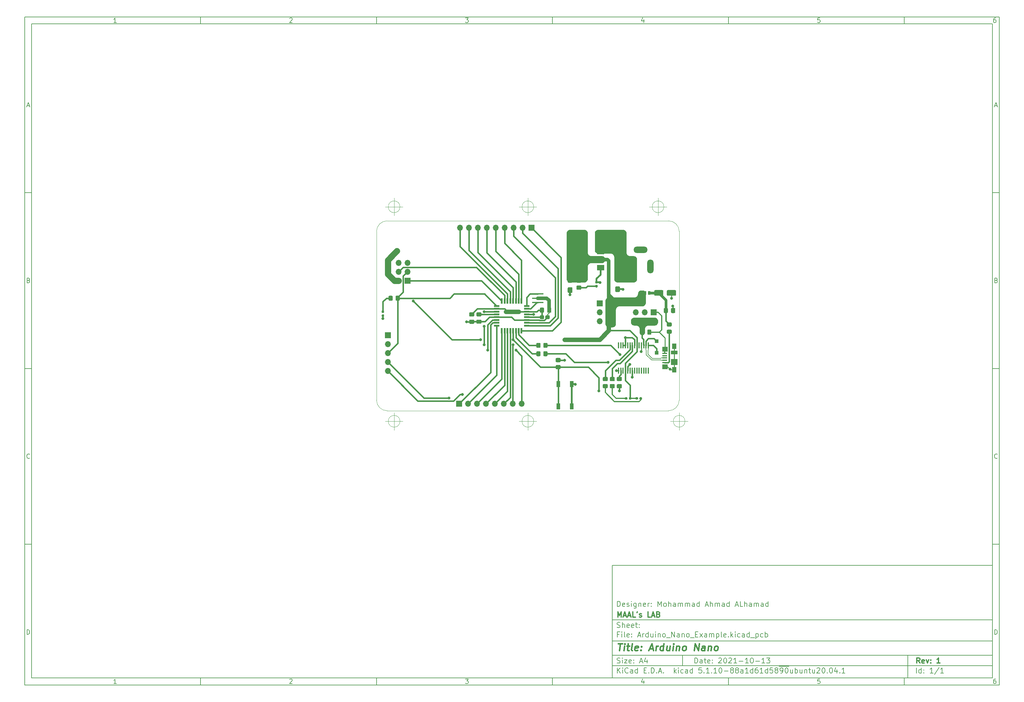
<source format=gbr>
%TF.GenerationSoftware,KiCad,Pcbnew,5.1.10-88a1d61d58~90~ubuntu20.04.1*%
%TF.CreationDate,2021-10-13T17:16:21+03:00*%
%TF.ProjectId,Arduino_Nano_Example,41726475-696e-46f5-9f4e-616e6f5f4578,1*%
%TF.SameCoordinates,Original*%
%TF.FileFunction,Copper,L1,Top*%
%TF.FilePolarity,Positive*%
%FSLAX46Y46*%
G04 Gerber Fmt 4.6, Leading zero omitted, Abs format (unit mm)*
G04 Created by KiCad (PCBNEW 5.1.10-88a1d61d58~90~ubuntu20.04.1) date 2021-10-13 17:16:21*
%MOMM*%
%LPD*%
G01*
G04 APERTURE LIST*
%ADD10C,0.100000*%
%ADD11C,0.150000*%
%ADD12C,0.300000*%
%ADD13C,0.400000*%
%TA.AperFunction,Profile*%
%ADD14C,0.050000*%
%TD*%
%TA.AperFunction,ComponentPad*%
%ADD15O,1.700000X1.700000*%
%TD*%
%TA.AperFunction,ComponentPad*%
%ADD16R,1.700000X1.700000*%
%TD*%
%TA.AperFunction,SMDPad,CuDef*%
%ADD17R,0.450000X1.750000*%
%TD*%
%TA.AperFunction,ComponentPad*%
%ADD18O,2.200000X2.200000*%
%TD*%
%TA.AperFunction,ComponentPad*%
%ADD19R,2.200000X2.200000*%
%TD*%
%TA.AperFunction,SMDPad,CuDef*%
%ADD20R,3.200000X0.400000*%
%TD*%
%TA.AperFunction,SMDPad,CuDef*%
%ADD21R,1.600000X0.550000*%
%TD*%
%TA.AperFunction,SMDPad,CuDef*%
%ADD22R,0.550000X1.600000*%
%TD*%
%TA.AperFunction,SMDPad,CuDef*%
%ADD23R,2.000000X1.500000*%
%TD*%
%TA.AperFunction,SMDPad,CuDef*%
%ADD24R,2.000000X3.800000*%
%TD*%
%TA.AperFunction,SMDPad,CuDef*%
%ADD25R,1.000000X1.000000*%
%TD*%
%TA.AperFunction,SMDPad,CuDef*%
%ADD26R,1.000000X1.700000*%
%TD*%
%TA.AperFunction,ComponentPad*%
%ADD27O,4.000000X1.800000*%
%TD*%
%TA.AperFunction,ComponentPad*%
%ADD28O,1.800000X4.000000*%
%TD*%
%TA.AperFunction,ComponentPad*%
%ADD29R,1.800000X4.400000*%
%TD*%
%TA.AperFunction,SMDPad,CuDef*%
%ADD30R,1.900000X1.000000*%
%TD*%
%TA.AperFunction,SMDPad,CuDef*%
%ADD31R,1.900000X1.800000*%
%TD*%
%TA.AperFunction,SMDPad,CuDef*%
%ADD32R,1.300000X1.650000*%
%TD*%
%TA.AperFunction,SMDPad,CuDef*%
%ADD33R,1.550000X1.425000*%
%TD*%
%TA.AperFunction,SMDPad,CuDef*%
%ADD34R,1.380000X0.450000*%
%TD*%
%TA.AperFunction,SMDPad,CuDef*%
%ADD35R,2.000000X1.100000*%
%TD*%
%TA.AperFunction,SMDPad,CuDef*%
%ADD36R,0.800000X1.100000*%
%TD*%
%TA.AperFunction,ViaPad*%
%ADD37C,0.800000*%
%TD*%
%TA.AperFunction,Conductor*%
%ADD38C,0.500000*%
%TD*%
%TA.AperFunction,Conductor*%
%ADD39C,0.350000*%
%TD*%
%TA.AperFunction,Conductor*%
%ADD40C,0.250000*%
%TD*%
%TA.AperFunction,Conductor*%
%ADD41C,0.400000*%
%TD*%
%TA.AperFunction,Conductor*%
%ADD42C,0.750000*%
%TD*%
%TA.AperFunction,Conductor*%
%ADD43C,1.000000*%
%TD*%
%TA.AperFunction,Conductor*%
%ADD44C,0.508000*%
%TD*%
%TA.AperFunction,Conductor*%
%ADD45C,1.750000*%
%TD*%
%TA.AperFunction,Conductor*%
%ADD46C,1.250000*%
%TD*%
%TA.AperFunction,Conductor*%
%ADD47C,0.200000*%
%TD*%
%TA.AperFunction,Conductor*%
%ADD48C,0.254000*%
%TD*%
%TA.AperFunction,Conductor*%
%ADD49C,0.100000*%
%TD*%
G04 APERTURE END LIST*
D10*
D11*
X177002200Y-166007200D02*
X177002200Y-198007200D01*
X285002200Y-198007200D01*
X285002200Y-166007200D01*
X177002200Y-166007200D01*
D10*
D11*
X10000000Y-10000000D02*
X10000000Y-200007200D01*
X287002200Y-200007200D01*
X287002200Y-10000000D01*
X10000000Y-10000000D01*
D10*
D11*
X12000000Y-12000000D02*
X12000000Y-198007200D01*
X285002200Y-198007200D01*
X285002200Y-12000000D01*
X12000000Y-12000000D01*
D10*
D11*
X60000000Y-12000000D02*
X60000000Y-10000000D01*
D10*
D11*
X110000000Y-12000000D02*
X110000000Y-10000000D01*
D10*
D11*
X160000000Y-12000000D02*
X160000000Y-10000000D01*
D10*
D11*
X210000000Y-12000000D02*
X210000000Y-10000000D01*
D10*
D11*
X260000000Y-12000000D02*
X260000000Y-10000000D01*
D10*
D11*
X36065476Y-11588095D02*
X35322619Y-11588095D01*
X35694047Y-11588095D02*
X35694047Y-10288095D01*
X35570238Y-10473809D01*
X35446428Y-10597619D01*
X35322619Y-10659523D01*
D10*
D11*
X85322619Y-10411904D02*
X85384523Y-10350000D01*
X85508333Y-10288095D01*
X85817857Y-10288095D01*
X85941666Y-10350000D01*
X86003571Y-10411904D01*
X86065476Y-10535714D01*
X86065476Y-10659523D01*
X86003571Y-10845238D01*
X85260714Y-11588095D01*
X86065476Y-11588095D01*
D10*
D11*
X135260714Y-10288095D02*
X136065476Y-10288095D01*
X135632142Y-10783333D01*
X135817857Y-10783333D01*
X135941666Y-10845238D01*
X136003571Y-10907142D01*
X136065476Y-11030952D01*
X136065476Y-11340476D01*
X136003571Y-11464285D01*
X135941666Y-11526190D01*
X135817857Y-11588095D01*
X135446428Y-11588095D01*
X135322619Y-11526190D01*
X135260714Y-11464285D01*
D10*
D11*
X185941666Y-10721428D02*
X185941666Y-11588095D01*
X185632142Y-10226190D02*
X185322619Y-11154761D01*
X186127380Y-11154761D01*
D10*
D11*
X236003571Y-10288095D02*
X235384523Y-10288095D01*
X235322619Y-10907142D01*
X235384523Y-10845238D01*
X235508333Y-10783333D01*
X235817857Y-10783333D01*
X235941666Y-10845238D01*
X236003571Y-10907142D01*
X236065476Y-11030952D01*
X236065476Y-11340476D01*
X236003571Y-11464285D01*
X235941666Y-11526190D01*
X235817857Y-11588095D01*
X235508333Y-11588095D01*
X235384523Y-11526190D01*
X235322619Y-11464285D01*
D10*
D11*
X285941666Y-10288095D02*
X285694047Y-10288095D01*
X285570238Y-10350000D01*
X285508333Y-10411904D01*
X285384523Y-10597619D01*
X285322619Y-10845238D01*
X285322619Y-11340476D01*
X285384523Y-11464285D01*
X285446428Y-11526190D01*
X285570238Y-11588095D01*
X285817857Y-11588095D01*
X285941666Y-11526190D01*
X286003571Y-11464285D01*
X286065476Y-11340476D01*
X286065476Y-11030952D01*
X286003571Y-10907142D01*
X285941666Y-10845238D01*
X285817857Y-10783333D01*
X285570238Y-10783333D01*
X285446428Y-10845238D01*
X285384523Y-10907142D01*
X285322619Y-11030952D01*
D10*
D11*
X60000000Y-198007200D02*
X60000000Y-200007200D01*
D10*
D11*
X110000000Y-198007200D02*
X110000000Y-200007200D01*
D10*
D11*
X160000000Y-198007200D02*
X160000000Y-200007200D01*
D10*
D11*
X210000000Y-198007200D02*
X210000000Y-200007200D01*
D10*
D11*
X260000000Y-198007200D02*
X260000000Y-200007200D01*
D10*
D11*
X36065476Y-199595295D02*
X35322619Y-199595295D01*
X35694047Y-199595295D02*
X35694047Y-198295295D01*
X35570238Y-198481009D01*
X35446428Y-198604819D01*
X35322619Y-198666723D01*
D10*
D11*
X85322619Y-198419104D02*
X85384523Y-198357200D01*
X85508333Y-198295295D01*
X85817857Y-198295295D01*
X85941666Y-198357200D01*
X86003571Y-198419104D01*
X86065476Y-198542914D01*
X86065476Y-198666723D01*
X86003571Y-198852438D01*
X85260714Y-199595295D01*
X86065476Y-199595295D01*
D10*
D11*
X135260714Y-198295295D02*
X136065476Y-198295295D01*
X135632142Y-198790533D01*
X135817857Y-198790533D01*
X135941666Y-198852438D01*
X136003571Y-198914342D01*
X136065476Y-199038152D01*
X136065476Y-199347676D01*
X136003571Y-199471485D01*
X135941666Y-199533390D01*
X135817857Y-199595295D01*
X135446428Y-199595295D01*
X135322619Y-199533390D01*
X135260714Y-199471485D01*
D10*
D11*
X185941666Y-198728628D02*
X185941666Y-199595295D01*
X185632142Y-198233390D02*
X185322619Y-199161961D01*
X186127380Y-199161961D01*
D10*
D11*
X236003571Y-198295295D02*
X235384523Y-198295295D01*
X235322619Y-198914342D01*
X235384523Y-198852438D01*
X235508333Y-198790533D01*
X235817857Y-198790533D01*
X235941666Y-198852438D01*
X236003571Y-198914342D01*
X236065476Y-199038152D01*
X236065476Y-199347676D01*
X236003571Y-199471485D01*
X235941666Y-199533390D01*
X235817857Y-199595295D01*
X235508333Y-199595295D01*
X235384523Y-199533390D01*
X235322619Y-199471485D01*
D10*
D11*
X285941666Y-198295295D02*
X285694047Y-198295295D01*
X285570238Y-198357200D01*
X285508333Y-198419104D01*
X285384523Y-198604819D01*
X285322619Y-198852438D01*
X285322619Y-199347676D01*
X285384523Y-199471485D01*
X285446428Y-199533390D01*
X285570238Y-199595295D01*
X285817857Y-199595295D01*
X285941666Y-199533390D01*
X286003571Y-199471485D01*
X286065476Y-199347676D01*
X286065476Y-199038152D01*
X286003571Y-198914342D01*
X285941666Y-198852438D01*
X285817857Y-198790533D01*
X285570238Y-198790533D01*
X285446428Y-198852438D01*
X285384523Y-198914342D01*
X285322619Y-199038152D01*
D10*
D11*
X10000000Y-60000000D02*
X12000000Y-60000000D01*
D10*
D11*
X10000000Y-110000000D02*
X12000000Y-110000000D01*
D10*
D11*
X10000000Y-160000000D02*
X12000000Y-160000000D01*
D10*
D11*
X10690476Y-35216666D02*
X11309523Y-35216666D01*
X10566666Y-35588095D02*
X11000000Y-34288095D01*
X11433333Y-35588095D01*
D10*
D11*
X11092857Y-84907142D02*
X11278571Y-84969047D01*
X11340476Y-85030952D01*
X11402380Y-85154761D01*
X11402380Y-85340476D01*
X11340476Y-85464285D01*
X11278571Y-85526190D01*
X11154761Y-85588095D01*
X10659523Y-85588095D01*
X10659523Y-84288095D01*
X11092857Y-84288095D01*
X11216666Y-84350000D01*
X11278571Y-84411904D01*
X11340476Y-84535714D01*
X11340476Y-84659523D01*
X11278571Y-84783333D01*
X11216666Y-84845238D01*
X11092857Y-84907142D01*
X10659523Y-84907142D01*
D10*
D11*
X11402380Y-135464285D02*
X11340476Y-135526190D01*
X11154761Y-135588095D01*
X11030952Y-135588095D01*
X10845238Y-135526190D01*
X10721428Y-135402380D01*
X10659523Y-135278571D01*
X10597619Y-135030952D01*
X10597619Y-134845238D01*
X10659523Y-134597619D01*
X10721428Y-134473809D01*
X10845238Y-134350000D01*
X11030952Y-134288095D01*
X11154761Y-134288095D01*
X11340476Y-134350000D01*
X11402380Y-134411904D01*
D10*
D11*
X10659523Y-185588095D02*
X10659523Y-184288095D01*
X10969047Y-184288095D01*
X11154761Y-184350000D01*
X11278571Y-184473809D01*
X11340476Y-184597619D01*
X11402380Y-184845238D01*
X11402380Y-185030952D01*
X11340476Y-185278571D01*
X11278571Y-185402380D01*
X11154761Y-185526190D01*
X10969047Y-185588095D01*
X10659523Y-185588095D01*
D10*
D11*
X287002200Y-60000000D02*
X285002200Y-60000000D01*
D10*
D11*
X287002200Y-110000000D02*
X285002200Y-110000000D01*
D10*
D11*
X287002200Y-160000000D02*
X285002200Y-160000000D01*
D10*
D11*
X285692676Y-35216666D02*
X286311723Y-35216666D01*
X285568866Y-35588095D02*
X286002200Y-34288095D01*
X286435533Y-35588095D01*
D10*
D11*
X286095057Y-84907142D02*
X286280771Y-84969047D01*
X286342676Y-85030952D01*
X286404580Y-85154761D01*
X286404580Y-85340476D01*
X286342676Y-85464285D01*
X286280771Y-85526190D01*
X286156961Y-85588095D01*
X285661723Y-85588095D01*
X285661723Y-84288095D01*
X286095057Y-84288095D01*
X286218866Y-84350000D01*
X286280771Y-84411904D01*
X286342676Y-84535714D01*
X286342676Y-84659523D01*
X286280771Y-84783333D01*
X286218866Y-84845238D01*
X286095057Y-84907142D01*
X285661723Y-84907142D01*
D10*
D11*
X286404580Y-135464285D02*
X286342676Y-135526190D01*
X286156961Y-135588095D01*
X286033152Y-135588095D01*
X285847438Y-135526190D01*
X285723628Y-135402380D01*
X285661723Y-135278571D01*
X285599819Y-135030952D01*
X285599819Y-134845238D01*
X285661723Y-134597619D01*
X285723628Y-134473809D01*
X285847438Y-134350000D01*
X286033152Y-134288095D01*
X286156961Y-134288095D01*
X286342676Y-134350000D01*
X286404580Y-134411904D01*
D10*
D11*
X285661723Y-185588095D02*
X285661723Y-184288095D01*
X285971247Y-184288095D01*
X286156961Y-184350000D01*
X286280771Y-184473809D01*
X286342676Y-184597619D01*
X286404580Y-184845238D01*
X286404580Y-185030952D01*
X286342676Y-185278571D01*
X286280771Y-185402380D01*
X286156961Y-185526190D01*
X285971247Y-185588095D01*
X285661723Y-185588095D01*
D10*
D11*
X200434342Y-193785771D02*
X200434342Y-192285771D01*
X200791485Y-192285771D01*
X201005771Y-192357200D01*
X201148628Y-192500057D01*
X201220057Y-192642914D01*
X201291485Y-192928628D01*
X201291485Y-193142914D01*
X201220057Y-193428628D01*
X201148628Y-193571485D01*
X201005771Y-193714342D01*
X200791485Y-193785771D01*
X200434342Y-193785771D01*
X202577200Y-193785771D02*
X202577200Y-193000057D01*
X202505771Y-192857200D01*
X202362914Y-192785771D01*
X202077200Y-192785771D01*
X201934342Y-192857200D01*
X202577200Y-193714342D02*
X202434342Y-193785771D01*
X202077200Y-193785771D01*
X201934342Y-193714342D01*
X201862914Y-193571485D01*
X201862914Y-193428628D01*
X201934342Y-193285771D01*
X202077200Y-193214342D01*
X202434342Y-193214342D01*
X202577200Y-193142914D01*
X203077200Y-192785771D02*
X203648628Y-192785771D01*
X203291485Y-192285771D02*
X203291485Y-193571485D01*
X203362914Y-193714342D01*
X203505771Y-193785771D01*
X203648628Y-193785771D01*
X204720057Y-193714342D02*
X204577200Y-193785771D01*
X204291485Y-193785771D01*
X204148628Y-193714342D01*
X204077200Y-193571485D01*
X204077200Y-193000057D01*
X204148628Y-192857200D01*
X204291485Y-192785771D01*
X204577200Y-192785771D01*
X204720057Y-192857200D01*
X204791485Y-193000057D01*
X204791485Y-193142914D01*
X204077200Y-193285771D01*
X205434342Y-193642914D02*
X205505771Y-193714342D01*
X205434342Y-193785771D01*
X205362914Y-193714342D01*
X205434342Y-193642914D01*
X205434342Y-193785771D01*
X205434342Y-192857200D02*
X205505771Y-192928628D01*
X205434342Y-193000057D01*
X205362914Y-192928628D01*
X205434342Y-192857200D01*
X205434342Y-193000057D01*
X207220057Y-192428628D02*
X207291485Y-192357200D01*
X207434342Y-192285771D01*
X207791485Y-192285771D01*
X207934342Y-192357200D01*
X208005771Y-192428628D01*
X208077200Y-192571485D01*
X208077200Y-192714342D01*
X208005771Y-192928628D01*
X207148628Y-193785771D01*
X208077200Y-193785771D01*
X209005771Y-192285771D02*
X209148628Y-192285771D01*
X209291485Y-192357200D01*
X209362914Y-192428628D01*
X209434342Y-192571485D01*
X209505771Y-192857200D01*
X209505771Y-193214342D01*
X209434342Y-193500057D01*
X209362914Y-193642914D01*
X209291485Y-193714342D01*
X209148628Y-193785771D01*
X209005771Y-193785771D01*
X208862914Y-193714342D01*
X208791485Y-193642914D01*
X208720057Y-193500057D01*
X208648628Y-193214342D01*
X208648628Y-192857200D01*
X208720057Y-192571485D01*
X208791485Y-192428628D01*
X208862914Y-192357200D01*
X209005771Y-192285771D01*
X210077200Y-192428628D02*
X210148628Y-192357200D01*
X210291485Y-192285771D01*
X210648628Y-192285771D01*
X210791485Y-192357200D01*
X210862914Y-192428628D01*
X210934342Y-192571485D01*
X210934342Y-192714342D01*
X210862914Y-192928628D01*
X210005771Y-193785771D01*
X210934342Y-193785771D01*
X212362914Y-193785771D02*
X211505771Y-193785771D01*
X211934342Y-193785771D02*
X211934342Y-192285771D01*
X211791485Y-192500057D01*
X211648628Y-192642914D01*
X211505771Y-192714342D01*
X213005771Y-193214342D02*
X214148628Y-193214342D01*
X215648628Y-193785771D02*
X214791485Y-193785771D01*
X215220057Y-193785771D02*
X215220057Y-192285771D01*
X215077200Y-192500057D01*
X214934342Y-192642914D01*
X214791485Y-192714342D01*
X216577200Y-192285771D02*
X216720057Y-192285771D01*
X216862914Y-192357200D01*
X216934342Y-192428628D01*
X217005771Y-192571485D01*
X217077200Y-192857200D01*
X217077200Y-193214342D01*
X217005771Y-193500057D01*
X216934342Y-193642914D01*
X216862914Y-193714342D01*
X216720057Y-193785771D01*
X216577200Y-193785771D01*
X216434342Y-193714342D01*
X216362914Y-193642914D01*
X216291485Y-193500057D01*
X216220057Y-193214342D01*
X216220057Y-192857200D01*
X216291485Y-192571485D01*
X216362914Y-192428628D01*
X216434342Y-192357200D01*
X216577200Y-192285771D01*
X217720057Y-193214342D02*
X218862914Y-193214342D01*
X220362914Y-193785771D02*
X219505771Y-193785771D01*
X219934342Y-193785771D02*
X219934342Y-192285771D01*
X219791485Y-192500057D01*
X219648628Y-192642914D01*
X219505771Y-192714342D01*
X220862914Y-192285771D02*
X221791485Y-192285771D01*
X221291485Y-192857200D01*
X221505771Y-192857200D01*
X221648628Y-192928628D01*
X221720057Y-193000057D01*
X221791485Y-193142914D01*
X221791485Y-193500057D01*
X221720057Y-193642914D01*
X221648628Y-193714342D01*
X221505771Y-193785771D01*
X221077200Y-193785771D01*
X220934342Y-193714342D01*
X220862914Y-193642914D01*
D10*
D11*
X177002200Y-194507200D02*
X285002200Y-194507200D01*
D10*
D11*
X178434342Y-196585771D02*
X178434342Y-195085771D01*
X179291485Y-196585771D02*
X178648628Y-195728628D01*
X179291485Y-195085771D02*
X178434342Y-195942914D01*
X179934342Y-196585771D02*
X179934342Y-195585771D01*
X179934342Y-195085771D02*
X179862914Y-195157200D01*
X179934342Y-195228628D01*
X180005771Y-195157200D01*
X179934342Y-195085771D01*
X179934342Y-195228628D01*
X181505771Y-196442914D02*
X181434342Y-196514342D01*
X181220057Y-196585771D01*
X181077200Y-196585771D01*
X180862914Y-196514342D01*
X180720057Y-196371485D01*
X180648628Y-196228628D01*
X180577200Y-195942914D01*
X180577200Y-195728628D01*
X180648628Y-195442914D01*
X180720057Y-195300057D01*
X180862914Y-195157200D01*
X181077200Y-195085771D01*
X181220057Y-195085771D01*
X181434342Y-195157200D01*
X181505771Y-195228628D01*
X182791485Y-196585771D02*
X182791485Y-195800057D01*
X182720057Y-195657200D01*
X182577200Y-195585771D01*
X182291485Y-195585771D01*
X182148628Y-195657200D01*
X182791485Y-196514342D02*
X182648628Y-196585771D01*
X182291485Y-196585771D01*
X182148628Y-196514342D01*
X182077200Y-196371485D01*
X182077200Y-196228628D01*
X182148628Y-196085771D01*
X182291485Y-196014342D01*
X182648628Y-196014342D01*
X182791485Y-195942914D01*
X184148628Y-196585771D02*
X184148628Y-195085771D01*
X184148628Y-196514342D02*
X184005771Y-196585771D01*
X183720057Y-196585771D01*
X183577200Y-196514342D01*
X183505771Y-196442914D01*
X183434342Y-196300057D01*
X183434342Y-195871485D01*
X183505771Y-195728628D01*
X183577200Y-195657200D01*
X183720057Y-195585771D01*
X184005771Y-195585771D01*
X184148628Y-195657200D01*
X186005771Y-195800057D02*
X186505771Y-195800057D01*
X186720057Y-196585771D02*
X186005771Y-196585771D01*
X186005771Y-195085771D01*
X186720057Y-195085771D01*
X187362914Y-196442914D02*
X187434342Y-196514342D01*
X187362914Y-196585771D01*
X187291485Y-196514342D01*
X187362914Y-196442914D01*
X187362914Y-196585771D01*
X188077200Y-196585771D02*
X188077200Y-195085771D01*
X188434342Y-195085771D01*
X188648628Y-195157200D01*
X188791485Y-195300057D01*
X188862914Y-195442914D01*
X188934342Y-195728628D01*
X188934342Y-195942914D01*
X188862914Y-196228628D01*
X188791485Y-196371485D01*
X188648628Y-196514342D01*
X188434342Y-196585771D01*
X188077200Y-196585771D01*
X189577200Y-196442914D02*
X189648628Y-196514342D01*
X189577200Y-196585771D01*
X189505771Y-196514342D01*
X189577200Y-196442914D01*
X189577200Y-196585771D01*
X190220057Y-196157200D02*
X190934342Y-196157200D01*
X190077200Y-196585771D02*
X190577200Y-195085771D01*
X191077200Y-196585771D01*
X191577200Y-196442914D02*
X191648628Y-196514342D01*
X191577200Y-196585771D01*
X191505771Y-196514342D01*
X191577200Y-196442914D01*
X191577200Y-196585771D01*
X194577200Y-196585771D02*
X194577200Y-195085771D01*
X194720057Y-196014342D02*
X195148628Y-196585771D01*
X195148628Y-195585771D02*
X194577200Y-196157200D01*
X195791485Y-196585771D02*
X195791485Y-195585771D01*
X195791485Y-195085771D02*
X195720057Y-195157200D01*
X195791485Y-195228628D01*
X195862914Y-195157200D01*
X195791485Y-195085771D01*
X195791485Y-195228628D01*
X197148628Y-196514342D02*
X197005771Y-196585771D01*
X196720057Y-196585771D01*
X196577200Y-196514342D01*
X196505771Y-196442914D01*
X196434342Y-196300057D01*
X196434342Y-195871485D01*
X196505771Y-195728628D01*
X196577200Y-195657200D01*
X196720057Y-195585771D01*
X197005771Y-195585771D01*
X197148628Y-195657200D01*
X198434342Y-196585771D02*
X198434342Y-195800057D01*
X198362914Y-195657200D01*
X198220057Y-195585771D01*
X197934342Y-195585771D01*
X197791485Y-195657200D01*
X198434342Y-196514342D02*
X198291485Y-196585771D01*
X197934342Y-196585771D01*
X197791485Y-196514342D01*
X197720057Y-196371485D01*
X197720057Y-196228628D01*
X197791485Y-196085771D01*
X197934342Y-196014342D01*
X198291485Y-196014342D01*
X198434342Y-195942914D01*
X199791485Y-196585771D02*
X199791485Y-195085771D01*
X199791485Y-196514342D02*
X199648628Y-196585771D01*
X199362914Y-196585771D01*
X199220057Y-196514342D01*
X199148628Y-196442914D01*
X199077200Y-196300057D01*
X199077200Y-195871485D01*
X199148628Y-195728628D01*
X199220057Y-195657200D01*
X199362914Y-195585771D01*
X199648628Y-195585771D01*
X199791485Y-195657200D01*
X202362914Y-195085771D02*
X201648628Y-195085771D01*
X201577200Y-195800057D01*
X201648628Y-195728628D01*
X201791485Y-195657200D01*
X202148628Y-195657200D01*
X202291485Y-195728628D01*
X202362914Y-195800057D01*
X202434342Y-195942914D01*
X202434342Y-196300057D01*
X202362914Y-196442914D01*
X202291485Y-196514342D01*
X202148628Y-196585771D01*
X201791485Y-196585771D01*
X201648628Y-196514342D01*
X201577200Y-196442914D01*
X203077200Y-196442914D02*
X203148628Y-196514342D01*
X203077200Y-196585771D01*
X203005771Y-196514342D01*
X203077200Y-196442914D01*
X203077200Y-196585771D01*
X204577200Y-196585771D02*
X203720057Y-196585771D01*
X204148628Y-196585771D02*
X204148628Y-195085771D01*
X204005771Y-195300057D01*
X203862914Y-195442914D01*
X203720057Y-195514342D01*
X205220057Y-196442914D02*
X205291485Y-196514342D01*
X205220057Y-196585771D01*
X205148628Y-196514342D01*
X205220057Y-196442914D01*
X205220057Y-196585771D01*
X206720057Y-196585771D02*
X205862914Y-196585771D01*
X206291485Y-196585771D02*
X206291485Y-195085771D01*
X206148628Y-195300057D01*
X206005771Y-195442914D01*
X205862914Y-195514342D01*
X207648628Y-195085771D02*
X207791485Y-195085771D01*
X207934342Y-195157200D01*
X208005771Y-195228628D01*
X208077200Y-195371485D01*
X208148628Y-195657200D01*
X208148628Y-196014342D01*
X208077200Y-196300057D01*
X208005771Y-196442914D01*
X207934342Y-196514342D01*
X207791485Y-196585771D01*
X207648628Y-196585771D01*
X207505771Y-196514342D01*
X207434342Y-196442914D01*
X207362914Y-196300057D01*
X207291485Y-196014342D01*
X207291485Y-195657200D01*
X207362914Y-195371485D01*
X207434342Y-195228628D01*
X207505771Y-195157200D01*
X207648628Y-195085771D01*
X208791485Y-196014342D02*
X209934342Y-196014342D01*
X210862914Y-195728628D02*
X210720057Y-195657200D01*
X210648628Y-195585771D01*
X210577200Y-195442914D01*
X210577200Y-195371485D01*
X210648628Y-195228628D01*
X210720057Y-195157200D01*
X210862914Y-195085771D01*
X211148628Y-195085771D01*
X211291485Y-195157200D01*
X211362914Y-195228628D01*
X211434342Y-195371485D01*
X211434342Y-195442914D01*
X211362914Y-195585771D01*
X211291485Y-195657200D01*
X211148628Y-195728628D01*
X210862914Y-195728628D01*
X210720057Y-195800057D01*
X210648628Y-195871485D01*
X210577200Y-196014342D01*
X210577200Y-196300057D01*
X210648628Y-196442914D01*
X210720057Y-196514342D01*
X210862914Y-196585771D01*
X211148628Y-196585771D01*
X211291485Y-196514342D01*
X211362914Y-196442914D01*
X211434342Y-196300057D01*
X211434342Y-196014342D01*
X211362914Y-195871485D01*
X211291485Y-195800057D01*
X211148628Y-195728628D01*
X212291485Y-195728628D02*
X212148628Y-195657200D01*
X212077200Y-195585771D01*
X212005771Y-195442914D01*
X212005771Y-195371485D01*
X212077200Y-195228628D01*
X212148628Y-195157200D01*
X212291485Y-195085771D01*
X212577200Y-195085771D01*
X212720057Y-195157200D01*
X212791485Y-195228628D01*
X212862914Y-195371485D01*
X212862914Y-195442914D01*
X212791485Y-195585771D01*
X212720057Y-195657200D01*
X212577200Y-195728628D01*
X212291485Y-195728628D01*
X212148628Y-195800057D01*
X212077200Y-195871485D01*
X212005771Y-196014342D01*
X212005771Y-196300057D01*
X212077200Y-196442914D01*
X212148628Y-196514342D01*
X212291485Y-196585771D01*
X212577200Y-196585771D01*
X212720057Y-196514342D01*
X212791485Y-196442914D01*
X212862914Y-196300057D01*
X212862914Y-196014342D01*
X212791485Y-195871485D01*
X212720057Y-195800057D01*
X212577200Y-195728628D01*
X214148628Y-196585771D02*
X214148628Y-195800057D01*
X214077200Y-195657200D01*
X213934342Y-195585771D01*
X213648628Y-195585771D01*
X213505771Y-195657200D01*
X214148628Y-196514342D02*
X214005771Y-196585771D01*
X213648628Y-196585771D01*
X213505771Y-196514342D01*
X213434342Y-196371485D01*
X213434342Y-196228628D01*
X213505771Y-196085771D01*
X213648628Y-196014342D01*
X214005771Y-196014342D01*
X214148628Y-195942914D01*
X215648628Y-196585771D02*
X214791485Y-196585771D01*
X215220057Y-196585771D02*
X215220057Y-195085771D01*
X215077200Y-195300057D01*
X214934342Y-195442914D01*
X214791485Y-195514342D01*
X216934342Y-196585771D02*
X216934342Y-195085771D01*
X216934342Y-196514342D02*
X216791485Y-196585771D01*
X216505771Y-196585771D01*
X216362914Y-196514342D01*
X216291485Y-196442914D01*
X216220057Y-196300057D01*
X216220057Y-195871485D01*
X216291485Y-195728628D01*
X216362914Y-195657200D01*
X216505771Y-195585771D01*
X216791485Y-195585771D01*
X216934342Y-195657200D01*
X218291485Y-195085771D02*
X218005771Y-195085771D01*
X217862914Y-195157200D01*
X217791485Y-195228628D01*
X217648628Y-195442914D01*
X217577200Y-195728628D01*
X217577200Y-196300057D01*
X217648628Y-196442914D01*
X217720057Y-196514342D01*
X217862914Y-196585771D01*
X218148628Y-196585771D01*
X218291485Y-196514342D01*
X218362914Y-196442914D01*
X218434342Y-196300057D01*
X218434342Y-195942914D01*
X218362914Y-195800057D01*
X218291485Y-195728628D01*
X218148628Y-195657200D01*
X217862914Y-195657200D01*
X217720057Y-195728628D01*
X217648628Y-195800057D01*
X217577200Y-195942914D01*
X219862914Y-196585771D02*
X219005771Y-196585771D01*
X219434342Y-196585771D02*
X219434342Y-195085771D01*
X219291485Y-195300057D01*
X219148628Y-195442914D01*
X219005771Y-195514342D01*
X221148628Y-196585771D02*
X221148628Y-195085771D01*
X221148628Y-196514342D02*
X221005771Y-196585771D01*
X220720057Y-196585771D01*
X220577200Y-196514342D01*
X220505771Y-196442914D01*
X220434342Y-196300057D01*
X220434342Y-195871485D01*
X220505771Y-195728628D01*
X220577200Y-195657200D01*
X220720057Y-195585771D01*
X221005771Y-195585771D01*
X221148628Y-195657200D01*
X222577200Y-195085771D02*
X221862914Y-195085771D01*
X221791485Y-195800057D01*
X221862914Y-195728628D01*
X222005771Y-195657200D01*
X222362914Y-195657200D01*
X222505771Y-195728628D01*
X222577200Y-195800057D01*
X222648628Y-195942914D01*
X222648628Y-196300057D01*
X222577200Y-196442914D01*
X222505771Y-196514342D01*
X222362914Y-196585771D01*
X222005771Y-196585771D01*
X221862914Y-196514342D01*
X221791485Y-196442914D01*
X223505771Y-195728628D02*
X223362914Y-195657200D01*
X223291485Y-195585771D01*
X223220057Y-195442914D01*
X223220057Y-195371485D01*
X223291485Y-195228628D01*
X223362914Y-195157200D01*
X223505771Y-195085771D01*
X223791485Y-195085771D01*
X223934342Y-195157200D01*
X224005771Y-195228628D01*
X224077200Y-195371485D01*
X224077200Y-195442914D01*
X224005771Y-195585771D01*
X223934342Y-195657200D01*
X223791485Y-195728628D01*
X223505771Y-195728628D01*
X223362914Y-195800057D01*
X223291485Y-195871485D01*
X223220057Y-196014342D01*
X223220057Y-196300057D01*
X223291485Y-196442914D01*
X223362914Y-196514342D01*
X223505771Y-196585771D01*
X223791485Y-196585771D01*
X223934342Y-196514342D01*
X224005771Y-196442914D01*
X224077200Y-196300057D01*
X224077200Y-196014342D01*
X224005771Y-195871485D01*
X223934342Y-195800057D01*
X223791485Y-195728628D01*
X224362914Y-194677200D02*
X225791485Y-194677200D01*
X224791485Y-196585771D02*
X225077200Y-196585771D01*
X225220057Y-196514342D01*
X225291485Y-196442914D01*
X225434342Y-196228628D01*
X225505771Y-195942914D01*
X225505771Y-195371485D01*
X225434342Y-195228628D01*
X225362914Y-195157200D01*
X225220057Y-195085771D01*
X224934342Y-195085771D01*
X224791485Y-195157200D01*
X224720057Y-195228628D01*
X224648628Y-195371485D01*
X224648628Y-195728628D01*
X224720057Y-195871485D01*
X224791485Y-195942914D01*
X224934342Y-196014342D01*
X225220057Y-196014342D01*
X225362914Y-195942914D01*
X225434342Y-195871485D01*
X225505771Y-195728628D01*
X225791485Y-194677200D02*
X227220057Y-194677200D01*
X226434342Y-195085771D02*
X226577199Y-195085771D01*
X226720057Y-195157200D01*
X226791485Y-195228628D01*
X226862914Y-195371485D01*
X226934342Y-195657200D01*
X226934342Y-196014342D01*
X226862914Y-196300057D01*
X226791485Y-196442914D01*
X226720057Y-196514342D01*
X226577199Y-196585771D01*
X226434342Y-196585771D01*
X226291485Y-196514342D01*
X226220057Y-196442914D01*
X226148628Y-196300057D01*
X226077199Y-196014342D01*
X226077199Y-195657200D01*
X226148628Y-195371485D01*
X226220057Y-195228628D01*
X226291485Y-195157200D01*
X226434342Y-195085771D01*
X228220057Y-195585771D02*
X228220057Y-196585771D01*
X227577199Y-195585771D02*
X227577199Y-196371485D01*
X227648628Y-196514342D01*
X227791485Y-196585771D01*
X228005771Y-196585771D01*
X228148628Y-196514342D01*
X228220057Y-196442914D01*
X228934342Y-196585771D02*
X228934342Y-195085771D01*
X228934342Y-195657200D02*
X229077199Y-195585771D01*
X229362914Y-195585771D01*
X229505771Y-195657200D01*
X229577199Y-195728628D01*
X229648628Y-195871485D01*
X229648628Y-196300057D01*
X229577199Y-196442914D01*
X229505771Y-196514342D01*
X229362914Y-196585771D01*
X229077199Y-196585771D01*
X228934342Y-196514342D01*
X230934342Y-195585771D02*
X230934342Y-196585771D01*
X230291485Y-195585771D02*
X230291485Y-196371485D01*
X230362914Y-196514342D01*
X230505771Y-196585771D01*
X230720057Y-196585771D01*
X230862914Y-196514342D01*
X230934342Y-196442914D01*
X231648628Y-195585771D02*
X231648628Y-196585771D01*
X231648628Y-195728628D02*
X231720057Y-195657200D01*
X231862914Y-195585771D01*
X232077199Y-195585771D01*
X232220057Y-195657200D01*
X232291485Y-195800057D01*
X232291485Y-196585771D01*
X232791485Y-195585771D02*
X233362914Y-195585771D01*
X233005771Y-195085771D02*
X233005771Y-196371485D01*
X233077199Y-196514342D01*
X233220057Y-196585771D01*
X233362914Y-196585771D01*
X234505771Y-195585771D02*
X234505771Y-196585771D01*
X233862914Y-195585771D02*
X233862914Y-196371485D01*
X233934342Y-196514342D01*
X234077200Y-196585771D01*
X234291485Y-196585771D01*
X234434342Y-196514342D01*
X234505771Y-196442914D01*
X235148628Y-195228628D02*
X235220057Y-195157200D01*
X235362914Y-195085771D01*
X235720057Y-195085771D01*
X235862914Y-195157200D01*
X235934342Y-195228628D01*
X236005771Y-195371485D01*
X236005771Y-195514342D01*
X235934342Y-195728628D01*
X235077200Y-196585771D01*
X236005771Y-196585771D01*
X236934342Y-195085771D02*
X237077199Y-195085771D01*
X237220057Y-195157200D01*
X237291485Y-195228628D01*
X237362914Y-195371485D01*
X237434342Y-195657200D01*
X237434342Y-196014342D01*
X237362914Y-196300057D01*
X237291485Y-196442914D01*
X237220057Y-196514342D01*
X237077199Y-196585771D01*
X236934342Y-196585771D01*
X236791485Y-196514342D01*
X236720057Y-196442914D01*
X236648628Y-196300057D01*
X236577199Y-196014342D01*
X236577199Y-195657200D01*
X236648628Y-195371485D01*
X236720057Y-195228628D01*
X236791485Y-195157200D01*
X236934342Y-195085771D01*
X238077199Y-196442914D02*
X238148628Y-196514342D01*
X238077199Y-196585771D01*
X238005771Y-196514342D01*
X238077199Y-196442914D01*
X238077199Y-196585771D01*
X239077199Y-195085771D02*
X239220057Y-195085771D01*
X239362914Y-195157200D01*
X239434342Y-195228628D01*
X239505771Y-195371485D01*
X239577199Y-195657200D01*
X239577199Y-196014342D01*
X239505771Y-196300057D01*
X239434342Y-196442914D01*
X239362914Y-196514342D01*
X239220057Y-196585771D01*
X239077199Y-196585771D01*
X238934342Y-196514342D01*
X238862914Y-196442914D01*
X238791485Y-196300057D01*
X238720057Y-196014342D01*
X238720057Y-195657200D01*
X238791485Y-195371485D01*
X238862914Y-195228628D01*
X238934342Y-195157200D01*
X239077199Y-195085771D01*
X240862914Y-195585771D02*
X240862914Y-196585771D01*
X240505771Y-195014342D02*
X240148628Y-196085771D01*
X241077199Y-196085771D01*
X241648628Y-196442914D02*
X241720057Y-196514342D01*
X241648628Y-196585771D01*
X241577199Y-196514342D01*
X241648628Y-196442914D01*
X241648628Y-196585771D01*
X243148628Y-196585771D02*
X242291485Y-196585771D01*
X242720057Y-196585771D02*
X242720057Y-195085771D01*
X242577199Y-195300057D01*
X242434342Y-195442914D01*
X242291485Y-195514342D01*
D10*
D11*
X177002200Y-191507200D02*
X285002200Y-191507200D01*
D10*
D12*
X264411485Y-193785771D02*
X263911485Y-193071485D01*
X263554342Y-193785771D02*
X263554342Y-192285771D01*
X264125771Y-192285771D01*
X264268628Y-192357200D01*
X264340057Y-192428628D01*
X264411485Y-192571485D01*
X264411485Y-192785771D01*
X264340057Y-192928628D01*
X264268628Y-193000057D01*
X264125771Y-193071485D01*
X263554342Y-193071485D01*
X265625771Y-193714342D02*
X265482914Y-193785771D01*
X265197200Y-193785771D01*
X265054342Y-193714342D01*
X264982914Y-193571485D01*
X264982914Y-193000057D01*
X265054342Y-192857200D01*
X265197200Y-192785771D01*
X265482914Y-192785771D01*
X265625771Y-192857200D01*
X265697200Y-193000057D01*
X265697200Y-193142914D01*
X264982914Y-193285771D01*
X266197200Y-192785771D02*
X266554342Y-193785771D01*
X266911485Y-192785771D01*
X267482914Y-193642914D02*
X267554342Y-193714342D01*
X267482914Y-193785771D01*
X267411485Y-193714342D01*
X267482914Y-193642914D01*
X267482914Y-193785771D01*
X267482914Y-192857200D02*
X267554342Y-192928628D01*
X267482914Y-193000057D01*
X267411485Y-192928628D01*
X267482914Y-192857200D01*
X267482914Y-193000057D01*
X270125771Y-193785771D02*
X269268628Y-193785771D01*
X269697200Y-193785771D02*
X269697200Y-192285771D01*
X269554342Y-192500057D01*
X269411485Y-192642914D01*
X269268628Y-192714342D01*
D10*
D11*
X178362914Y-193714342D02*
X178577200Y-193785771D01*
X178934342Y-193785771D01*
X179077200Y-193714342D01*
X179148628Y-193642914D01*
X179220057Y-193500057D01*
X179220057Y-193357200D01*
X179148628Y-193214342D01*
X179077200Y-193142914D01*
X178934342Y-193071485D01*
X178648628Y-193000057D01*
X178505771Y-192928628D01*
X178434342Y-192857200D01*
X178362914Y-192714342D01*
X178362914Y-192571485D01*
X178434342Y-192428628D01*
X178505771Y-192357200D01*
X178648628Y-192285771D01*
X179005771Y-192285771D01*
X179220057Y-192357200D01*
X179862914Y-193785771D02*
X179862914Y-192785771D01*
X179862914Y-192285771D02*
X179791485Y-192357200D01*
X179862914Y-192428628D01*
X179934342Y-192357200D01*
X179862914Y-192285771D01*
X179862914Y-192428628D01*
X180434342Y-192785771D02*
X181220057Y-192785771D01*
X180434342Y-193785771D01*
X181220057Y-193785771D01*
X182362914Y-193714342D02*
X182220057Y-193785771D01*
X181934342Y-193785771D01*
X181791485Y-193714342D01*
X181720057Y-193571485D01*
X181720057Y-193000057D01*
X181791485Y-192857200D01*
X181934342Y-192785771D01*
X182220057Y-192785771D01*
X182362914Y-192857200D01*
X182434342Y-193000057D01*
X182434342Y-193142914D01*
X181720057Y-193285771D01*
X183077200Y-193642914D02*
X183148628Y-193714342D01*
X183077200Y-193785771D01*
X183005771Y-193714342D01*
X183077200Y-193642914D01*
X183077200Y-193785771D01*
X183077200Y-192857200D02*
X183148628Y-192928628D01*
X183077200Y-193000057D01*
X183005771Y-192928628D01*
X183077200Y-192857200D01*
X183077200Y-193000057D01*
X184862914Y-193357200D02*
X185577200Y-193357200D01*
X184720057Y-193785771D02*
X185220057Y-192285771D01*
X185720057Y-193785771D01*
X186862914Y-192785771D02*
X186862914Y-193785771D01*
X186505771Y-192214342D02*
X186148628Y-193285771D01*
X187077200Y-193285771D01*
D10*
D11*
X263434342Y-196585771D02*
X263434342Y-195085771D01*
X264791485Y-196585771D02*
X264791485Y-195085771D01*
X264791485Y-196514342D02*
X264648628Y-196585771D01*
X264362914Y-196585771D01*
X264220057Y-196514342D01*
X264148628Y-196442914D01*
X264077200Y-196300057D01*
X264077200Y-195871485D01*
X264148628Y-195728628D01*
X264220057Y-195657200D01*
X264362914Y-195585771D01*
X264648628Y-195585771D01*
X264791485Y-195657200D01*
X265505771Y-196442914D02*
X265577200Y-196514342D01*
X265505771Y-196585771D01*
X265434342Y-196514342D01*
X265505771Y-196442914D01*
X265505771Y-196585771D01*
X265505771Y-195657200D02*
X265577200Y-195728628D01*
X265505771Y-195800057D01*
X265434342Y-195728628D01*
X265505771Y-195657200D01*
X265505771Y-195800057D01*
X268148628Y-196585771D02*
X267291485Y-196585771D01*
X267720057Y-196585771D02*
X267720057Y-195085771D01*
X267577200Y-195300057D01*
X267434342Y-195442914D01*
X267291485Y-195514342D01*
X269862914Y-195014342D02*
X268577200Y-196942914D01*
X271148628Y-196585771D02*
X270291485Y-196585771D01*
X270720057Y-196585771D02*
X270720057Y-195085771D01*
X270577200Y-195300057D01*
X270434342Y-195442914D01*
X270291485Y-195514342D01*
D10*
D11*
X177002200Y-187507200D02*
X285002200Y-187507200D01*
D10*
D13*
X178714580Y-188211961D02*
X179857438Y-188211961D01*
X179036009Y-190211961D02*
X179286009Y-188211961D01*
X180274104Y-190211961D02*
X180440771Y-188878628D01*
X180524104Y-188211961D02*
X180416961Y-188307200D01*
X180500295Y-188402438D01*
X180607438Y-188307200D01*
X180524104Y-188211961D01*
X180500295Y-188402438D01*
X181107438Y-188878628D02*
X181869342Y-188878628D01*
X181476485Y-188211961D02*
X181262200Y-189926247D01*
X181333628Y-190116723D01*
X181512200Y-190211961D01*
X181702676Y-190211961D01*
X182655057Y-190211961D02*
X182476485Y-190116723D01*
X182405057Y-189926247D01*
X182619342Y-188211961D01*
X184190771Y-190116723D02*
X183988390Y-190211961D01*
X183607438Y-190211961D01*
X183428866Y-190116723D01*
X183357438Y-189926247D01*
X183452676Y-189164342D01*
X183571723Y-188973866D01*
X183774104Y-188878628D01*
X184155057Y-188878628D01*
X184333628Y-188973866D01*
X184405057Y-189164342D01*
X184381247Y-189354819D01*
X183405057Y-189545295D01*
X185155057Y-190021485D02*
X185238390Y-190116723D01*
X185131247Y-190211961D01*
X185047914Y-190116723D01*
X185155057Y-190021485D01*
X185131247Y-190211961D01*
X185286009Y-188973866D02*
X185369342Y-189069104D01*
X185262200Y-189164342D01*
X185178866Y-189069104D01*
X185286009Y-188973866D01*
X185262200Y-189164342D01*
X187583628Y-189640533D02*
X188536009Y-189640533D01*
X187321723Y-190211961D02*
X188238390Y-188211961D01*
X188655057Y-190211961D01*
X189321723Y-190211961D02*
X189488390Y-188878628D01*
X189440771Y-189259580D02*
X189559819Y-189069104D01*
X189666961Y-188973866D01*
X189869342Y-188878628D01*
X190059819Y-188878628D01*
X191416961Y-190211961D02*
X191666961Y-188211961D01*
X191428866Y-190116723D02*
X191226485Y-190211961D01*
X190845533Y-190211961D01*
X190666961Y-190116723D01*
X190583628Y-190021485D01*
X190512200Y-189831009D01*
X190583628Y-189259580D01*
X190702676Y-189069104D01*
X190809819Y-188973866D01*
X191012200Y-188878628D01*
X191393152Y-188878628D01*
X191571723Y-188973866D01*
X193393152Y-188878628D02*
X193226485Y-190211961D01*
X192536009Y-188878628D02*
X192405057Y-189926247D01*
X192476485Y-190116723D01*
X192655057Y-190211961D01*
X192940771Y-190211961D01*
X193143152Y-190116723D01*
X193250295Y-190021485D01*
X194178866Y-190211961D02*
X194345533Y-188878628D01*
X194428866Y-188211961D02*
X194321723Y-188307200D01*
X194405057Y-188402438D01*
X194512200Y-188307200D01*
X194428866Y-188211961D01*
X194405057Y-188402438D01*
X195297914Y-188878628D02*
X195131247Y-190211961D01*
X195274104Y-189069104D02*
X195381247Y-188973866D01*
X195583628Y-188878628D01*
X195869342Y-188878628D01*
X196047914Y-188973866D01*
X196119342Y-189164342D01*
X195988390Y-190211961D01*
X197226485Y-190211961D02*
X197047914Y-190116723D01*
X196964580Y-190021485D01*
X196893152Y-189831009D01*
X196964580Y-189259580D01*
X197083628Y-189069104D01*
X197190771Y-188973866D01*
X197393152Y-188878628D01*
X197678866Y-188878628D01*
X197857438Y-188973866D01*
X197940771Y-189069104D01*
X198012200Y-189259580D01*
X197940771Y-189831009D01*
X197821723Y-190021485D01*
X197714580Y-190116723D01*
X197512200Y-190211961D01*
X197226485Y-190211961D01*
X200274104Y-190211961D02*
X200524104Y-188211961D01*
X201416961Y-190211961D01*
X201666961Y-188211961D01*
X203226485Y-190211961D02*
X203357438Y-189164342D01*
X203286009Y-188973866D01*
X203107438Y-188878628D01*
X202726485Y-188878628D01*
X202524104Y-188973866D01*
X203238390Y-190116723D02*
X203036009Y-190211961D01*
X202559819Y-190211961D01*
X202381247Y-190116723D01*
X202309819Y-189926247D01*
X202333628Y-189735771D01*
X202452676Y-189545295D01*
X202655057Y-189450057D01*
X203131247Y-189450057D01*
X203333628Y-189354819D01*
X204345533Y-188878628D02*
X204178866Y-190211961D01*
X204321723Y-189069104D02*
X204428866Y-188973866D01*
X204631247Y-188878628D01*
X204916961Y-188878628D01*
X205095533Y-188973866D01*
X205166961Y-189164342D01*
X205036009Y-190211961D01*
X206274104Y-190211961D02*
X206095533Y-190116723D01*
X206012200Y-190021485D01*
X205940771Y-189831009D01*
X206012200Y-189259580D01*
X206131247Y-189069104D01*
X206238390Y-188973866D01*
X206440771Y-188878628D01*
X206726485Y-188878628D01*
X206905057Y-188973866D01*
X206988390Y-189069104D01*
X207059819Y-189259580D01*
X206988390Y-189831009D01*
X206869342Y-190021485D01*
X206762200Y-190116723D01*
X206559819Y-190211961D01*
X206274104Y-190211961D01*
D10*
D11*
X178934342Y-185600057D02*
X178434342Y-185600057D01*
X178434342Y-186385771D02*
X178434342Y-184885771D01*
X179148628Y-184885771D01*
X179720057Y-186385771D02*
X179720057Y-185385771D01*
X179720057Y-184885771D02*
X179648628Y-184957200D01*
X179720057Y-185028628D01*
X179791485Y-184957200D01*
X179720057Y-184885771D01*
X179720057Y-185028628D01*
X180648628Y-186385771D02*
X180505771Y-186314342D01*
X180434342Y-186171485D01*
X180434342Y-184885771D01*
X181791485Y-186314342D02*
X181648628Y-186385771D01*
X181362914Y-186385771D01*
X181220057Y-186314342D01*
X181148628Y-186171485D01*
X181148628Y-185600057D01*
X181220057Y-185457200D01*
X181362914Y-185385771D01*
X181648628Y-185385771D01*
X181791485Y-185457200D01*
X181862914Y-185600057D01*
X181862914Y-185742914D01*
X181148628Y-185885771D01*
X182505771Y-186242914D02*
X182577200Y-186314342D01*
X182505771Y-186385771D01*
X182434342Y-186314342D01*
X182505771Y-186242914D01*
X182505771Y-186385771D01*
X182505771Y-185457200D02*
X182577200Y-185528628D01*
X182505771Y-185600057D01*
X182434342Y-185528628D01*
X182505771Y-185457200D01*
X182505771Y-185600057D01*
X184291485Y-185957200D02*
X185005771Y-185957200D01*
X184148628Y-186385771D02*
X184648628Y-184885771D01*
X185148628Y-186385771D01*
X185648628Y-186385771D02*
X185648628Y-185385771D01*
X185648628Y-185671485D02*
X185720057Y-185528628D01*
X185791485Y-185457200D01*
X185934342Y-185385771D01*
X186077200Y-185385771D01*
X187220057Y-186385771D02*
X187220057Y-184885771D01*
X187220057Y-186314342D02*
X187077200Y-186385771D01*
X186791485Y-186385771D01*
X186648628Y-186314342D01*
X186577200Y-186242914D01*
X186505771Y-186100057D01*
X186505771Y-185671485D01*
X186577200Y-185528628D01*
X186648628Y-185457200D01*
X186791485Y-185385771D01*
X187077200Y-185385771D01*
X187220057Y-185457200D01*
X188577200Y-185385771D02*
X188577200Y-186385771D01*
X187934342Y-185385771D02*
X187934342Y-186171485D01*
X188005771Y-186314342D01*
X188148628Y-186385771D01*
X188362914Y-186385771D01*
X188505771Y-186314342D01*
X188577200Y-186242914D01*
X189291485Y-186385771D02*
X189291485Y-185385771D01*
X189291485Y-184885771D02*
X189220057Y-184957200D01*
X189291485Y-185028628D01*
X189362914Y-184957200D01*
X189291485Y-184885771D01*
X189291485Y-185028628D01*
X190005771Y-185385771D02*
X190005771Y-186385771D01*
X190005771Y-185528628D02*
X190077200Y-185457200D01*
X190220057Y-185385771D01*
X190434342Y-185385771D01*
X190577200Y-185457200D01*
X190648628Y-185600057D01*
X190648628Y-186385771D01*
X191577200Y-186385771D02*
X191434342Y-186314342D01*
X191362914Y-186242914D01*
X191291485Y-186100057D01*
X191291485Y-185671485D01*
X191362914Y-185528628D01*
X191434342Y-185457200D01*
X191577200Y-185385771D01*
X191791485Y-185385771D01*
X191934342Y-185457200D01*
X192005771Y-185528628D01*
X192077200Y-185671485D01*
X192077200Y-186100057D01*
X192005771Y-186242914D01*
X191934342Y-186314342D01*
X191791485Y-186385771D01*
X191577200Y-186385771D01*
X192362914Y-186528628D02*
X193505771Y-186528628D01*
X193862914Y-186385771D02*
X193862914Y-184885771D01*
X194720057Y-186385771D01*
X194720057Y-184885771D01*
X196077200Y-186385771D02*
X196077200Y-185600057D01*
X196005771Y-185457200D01*
X195862914Y-185385771D01*
X195577200Y-185385771D01*
X195434342Y-185457200D01*
X196077200Y-186314342D02*
X195934342Y-186385771D01*
X195577200Y-186385771D01*
X195434342Y-186314342D01*
X195362914Y-186171485D01*
X195362914Y-186028628D01*
X195434342Y-185885771D01*
X195577200Y-185814342D01*
X195934342Y-185814342D01*
X196077200Y-185742914D01*
X196791485Y-185385771D02*
X196791485Y-186385771D01*
X196791485Y-185528628D02*
X196862914Y-185457200D01*
X197005771Y-185385771D01*
X197220057Y-185385771D01*
X197362914Y-185457200D01*
X197434342Y-185600057D01*
X197434342Y-186385771D01*
X198362914Y-186385771D02*
X198220057Y-186314342D01*
X198148628Y-186242914D01*
X198077200Y-186100057D01*
X198077200Y-185671485D01*
X198148628Y-185528628D01*
X198220057Y-185457200D01*
X198362914Y-185385771D01*
X198577200Y-185385771D01*
X198720057Y-185457200D01*
X198791485Y-185528628D01*
X198862914Y-185671485D01*
X198862914Y-186100057D01*
X198791485Y-186242914D01*
X198720057Y-186314342D01*
X198577200Y-186385771D01*
X198362914Y-186385771D01*
X199148628Y-186528628D02*
X200291485Y-186528628D01*
X200648628Y-185600057D02*
X201148628Y-185600057D01*
X201362914Y-186385771D02*
X200648628Y-186385771D01*
X200648628Y-184885771D01*
X201362914Y-184885771D01*
X201862914Y-186385771D02*
X202648628Y-185385771D01*
X201862914Y-185385771D02*
X202648628Y-186385771D01*
X203862914Y-186385771D02*
X203862914Y-185600057D01*
X203791485Y-185457200D01*
X203648628Y-185385771D01*
X203362914Y-185385771D01*
X203220057Y-185457200D01*
X203862914Y-186314342D02*
X203720057Y-186385771D01*
X203362914Y-186385771D01*
X203220057Y-186314342D01*
X203148628Y-186171485D01*
X203148628Y-186028628D01*
X203220057Y-185885771D01*
X203362914Y-185814342D01*
X203720057Y-185814342D01*
X203862914Y-185742914D01*
X204577200Y-186385771D02*
X204577200Y-185385771D01*
X204577200Y-185528628D02*
X204648628Y-185457200D01*
X204791485Y-185385771D01*
X205005771Y-185385771D01*
X205148628Y-185457200D01*
X205220057Y-185600057D01*
X205220057Y-186385771D01*
X205220057Y-185600057D02*
X205291485Y-185457200D01*
X205434342Y-185385771D01*
X205648628Y-185385771D01*
X205791485Y-185457200D01*
X205862914Y-185600057D01*
X205862914Y-186385771D01*
X206577200Y-185385771D02*
X206577200Y-186885771D01*
X206577200Y-185457200D02*
X206720057Y-185385771D01*
X207005771Y-185385771D01*
X207148628Y-185457200D01*
X207220057Y-185528628D01*
X207291485Y-185671485D01*
X207291485Y-186100057D01*
X207220057Y-186242914D01*
X207148628Y-186314342D01*
X207005771Y-186385771D01*
X206720057Y-186385771D01*
X206577200Y-186314342D01*
X208148628Y-186385771D02*
X208005771Y-186314342D01*
X207934342Y-186171485D01*
X207934342Y-184885771D01*
X209291485Y-186314342D02*
X209148628Y-186385771D01*
X208862914Y-186385771D01*
X208720057Y-186314342D01*
X208648628Y-186171485D01*
X208648628Y-185600057D01*
X208720057Y-185457200D01*
X208862914Y-185385771D01*
X209148628Y-185385771D01*
X209291485Y-185457200D01*
X209362914Y-185600057D01*
X209362914Y-185742914D01*
X208648628Y-185885771D01*
X210005771Y-186242914D02*
X210077200Y-186314342D01*
X210005771Y-186385771D01*
X209934342Y-186314342D01*
X210005771Y-186242914D01*
X210005771Y-186385771D01*
X210720057Y-186385771D02*
X210720057Y-184885771D01*
X210862914Y-185814342D02*
X211291485Y-186385771D01*
X211291485Y-185385771D02*
X210720057Y-185957200D01*
X211934342Y-186385771D02*
X211934342Y-185385771D01*
X211934342Y-184885771D02*
X211862914Y-184957200D01*
X211934342Y-185028628D01*
X212005771Y-184957200D01*
X211934342Y-184885771D01*
X211934342Y-185028628D01*
X213291485Y-186314342D02*
X213148628Y-186385771D01*
X212862914Y-186385771D01*
X212720057Y-186314342D01*
X212648628Y-186242914D01*
X212577200Y-186100057D01*
X212577200Y-185671485D01*
X212648628Y-185528628D01*
X212720057Y-185457200D01*
X212862914Y-185385771D01*
X213148628Y-185385771D01*
X213291485Y-185457200D01*
X214577200Y-186385771D02*
X214577200Y-185600057D01*
X214505771Y-185457200D01*
X214362914Y-185385771D01*
X214077200Y-185385771D01*
X213934342Y-185457200D01*
X214577200Y-186314342D02*
X214434342Y-186385771D01*
X214077200Y-186385771D01*
X213934342Y-186314342D01*
X213862914Y-186171485D01*
X213862914Y-186028628D01*
X213934342Y-185885771D01*
X214077200Y-185814342D01*
X214434342Y-185814342D01*
X214577200Y-185742914D01*
X215934342Y-186385771D02*
X215934342Y-184885771D01*
X215934342Y-186314342D02*
X215791485Y-186385771D01*
X215505771Y-186385771D01*
X215362914Y-186314342D01*
X215291485Y-186242914D01*
X215220057Y-186100057D01*
X215220057Y-185671485D01*
X215291485Y-185528628D01*
X215362914Y-185457200D01*
X215505771Y-185385771D01*
X215791485Y-185385771D01*
X215934342Y-185457200D01*
X216291485Y-186528628D02*
X217434342Y-186528628D01*
X217791485Y-185385771D02*
X217791485Y-186885771D01*
X217791485Y-185457200D02*
X217934342Y-185385771D01*
X218220057Y-185385771D01*
X218362914Y-185457200D01*
X218434342Y-185528628D01*
X218505771Y-185671485D01*
X218505771Y-186100057D01*
X218434342Y-186242914D01*
X218362914Y-186314342D01*
X218220057Y-186385771D01*
X217934342Y-186385771D01*
X217791485Y-186314342D01*
X219791485Y-186314342D02*
X219648628Y-186385771D01*
X219362914Y-186385771D01*
X219220057Y-186314342D01*
X219148628Y-186242914D01*
X219077200Y-186100057D01*
X219077200Y-185671485D01*
X219148628Y-185528628D01*
X219220057Y-185457200D01*
X219362914Y-185385771D01*
X219648628Y-185385771D01*
X219791485Y-185457200D01*
X220434342Y-186385771D02*
X220434342Y-184885771D01*
X220434342Y-185457200D02*
X220577200Y-185385771D01*
X220862914Y-185385771D01*
X221005771Y-185457200D01*
X221077200Y-185528628D01*
X221148628Y-185671485D01*
X221148628Y-186100057D01*
X221077200Y-186242914D01*
X221005771Y-186314342D01*
X220862914Y-186385771D01*
X220577200Y-186385771D01*
X220434342Y-186314342D01*
D10*
D11*
X177002200Y-181507200D02*
X285002200Y-181507200D01*
D10*
D11*
X178362914Y-183614342D02*
X178577200Y-183685771D01*
X178934342Y-183685771D01*
X179077200Y-183614342D01*
X179148628Y-183542914D01*
X179220057Y-183400057D01*
X179220057Y-183257200D01*
X179148628Y-183114342D01*
X179077200Y-183042914D01*
X178934342Y-182971485D01*
X178648628Y-182900057D01*
X178505771Y-182828628D01*
X178434342Y-182757200D01*
X178362914Y-182614342D01*
X178362914Y-182471485D01*
X178434342Y-182328628D01*
X178505771Y-182257200D01*
X178648628Y-182185771D01*
X179005771Y-182185771D01*
X179220057Y-182257200D01*
X179862914Y-183685771D02*
X179862914Y-182185771D01*
X180505771Y-183685771D02*
X180505771Y-182900057D01*
X180434342Y-182757200D01*
X180291485Y-182685771D01*
X180077200Y-182685771D01*
X179934342Y-182757200D01*
X179862914Y-182828628D01*
X181791485Y-183614342D02*
X181648628Y-183685771D01*
X181362914Y-183685771D01*
X181220057Y-183614342D01*
X181148628Y-183471485D01*
X181148628Y-182900057D01*
X181220057Y-182757200D01*
X181362914Y-182685771D01*
X181648628Y-182685771D01*
X181791485Y-182757200D01*
X181862914Y-182900057D01*
X181862914Y-183042914D01*
X181148628Y-183185771D01*
X183077200Y-183614342D02*
X182934342Y-183685771D01*
X182648628Y-183685771D01*
X182505771Y-183614342D01*
X182434342Y-183471485D01*
X182434342Y-182900057D01*
X182505771Y-182757200D01*
X182648628Y-182685771D01*
X182934342Y-182685771D01*
X183077200Y-182757200D01*
X183148628Y-182900057D01*
X183148628Y-183042914D01*
X182434342Y-183185771D01*
X183577200Y-182685771D02*
X184148628Y-182685771D01*
X183791485Y-182185771D02*
X183791485Y-183471485D01*
X183862914Y-183614342D01*
X184005771Y-183685771D01*
X184148628Y-183685771D01*
X184648628Y-183542914D02*
X184720057Y-183614342D01*
X184648628Y-183685771D01*
X184577200Y-183614342D01*
X184648628Y-183542914D01*
X184648628Y-183685771D01*
X184648628Y-182757200D02*
X184720057Y-182828628D01*
X184648628Y-182900057D01*
X184577200Y-182828628D01*
X184648628Y-182757200D01*
X184648628Y-182900057D01*
D10*
D12*
X178554342Y-180685771D02*
X178554342Y-179185771D01*
X179054342Y-180257200D01*
X179554342Y-179185771D01*
X179554342Y-180685771D01*
X180197200Y-180257200D02*
X180911485Y-180257200D01*
X180054342Y-180685771D02*
X180554342Y-179185771D01*
X181054342Y-180685771D01*
X181482914Y-180257200D02*
X182197200Y-180257200D01*
X181340057Y-180685771D02*
X181840057Y-179185771D01*
X182340057Y-180685771D01*
X183554342Y-180685771D02*
X182840057Y-180685771D01*
X182840057Y-179185771D01*
X184125771Y-179185771D02*
X183982914Y-179471485D01*
X184697200Y-180614342D02*
X184840057Y-180685771D01*
X185125771Y-180685771D01*
X185268628Y-180614342D01*
X185340057Y-180471485D01*
X185340057Y-180400057D01*
X185268628Y-180257200D01*
X185125771Y-180185771D01*
X184911485Y-180185771D01*
X184768628Y-180114342D01*
X184697200Y-179971485D01*
X184697200Y-179900057D01*
X184768628Y-179757200D01*
X184911485Y-179685771D01*
X185125771Y-179685771D01*
X185268628Y-179757200D01*
X187840057Y-180685771D02*
X187125771Y-180685771D01*
X187125771Y-179185771D01*
X188268628Y-180257200D02*
X188982914Y-180257200D01*
X188125771Y-180685771D02*
X188625771Y-179185771D01*
X189125771Y-180685771D01*
X190125771Y-179900057D02*
X190340057Y-179971485D01*
X190411485Y-180042914D01*
X190482914Y-180185771D01*
X190482914Y-180400057D01*
X190411485Y-180542914D01*
X190340057Y-180614342D01*
X190197200Y-180685771D01*
X189625771Y-180685771D01*
X189625771Y-179185771D01*
X190125771Y-179185771D01*
X190268628Y-179257200D01*
X190340057Y-179328628D01*
X190411485Y-179471485D01*
X190411485Y-179614342D01*
X190340057Y-179757200D01*
X190268628Y-179828628D01*
X190125771Y-179900057D01*
X189625771Y-179900057D01*
D10*
D11*
X178434342Y-177685771D02*
X178434342Y-176185771D01*
X178791485Y-176185771D01*
X179005771Y-176257200D01*
X179148628Y-176400057D01*
X179220057Y-176542914D01*
X179291485Y-176828628D01*
X179291485Y-177042914D01*
X179220057Y-177328628D01*
X179148628Y-177471485D01*
X179005771Y-177614342D01*
X178791485Y-177685771D01*
X178434342Y-177685771D01*
X180505771Y-177614342D02*
X180362914Y-177685771D01*
X180077200Y-177685771D01*
X179934342Y-177614342D01*
X179862914Y-177471485D01*
X179862914Y-176900057D01*
X179934342Y-176757200D01*
X180077200Y-176685771D01*
X180362914Y-176685771D01*
X180505771Y-176757200D01*
X180577200Y-176900057D01*
X180577200Y-177042914D01*
X179862914Y-177185771D01*
X181148628Y-177614342D02*
X181291485Y-177685771D01*
X181577200Y-177685771D01*
X181720057Y-177614342D01*
X181791485Y-177471485D01*
X181791485Y-177400057D01*
X181720057Y-177257200D01*
X181577200Y-177185771D01*
X181362914Y-177185771D01*
X181220057Y-177114342D01*
X181148628Y-176971485D01*
X181148628Y-176900057D01*
X181220057Y-176757200D01*
X181362914Y-176685771D01*
X181577200Y-176685771D01*
X181720057Y-176757200D01*
X182434342Y-177685771D02*
X182434342Y-176685771D01*
X182434342Y-176185771D02*
X182362914Y-176257200D01*
X182434342Y-176328628D01*
X182505771Y-176257200D01*
X182434342Y-176185771D01*
X182434342Y-176328628D01*
X183791485Y-176685771D02*
X183791485Y-177900057D01*
X183720057Y-178042914D01*
X183648628Y-178114342D01*
X183505771Y-178185771D01*
X183291485Y-178185771D01*
X183148628Y-178114342D01*
X183791485Y-177614342D02*
X183648628Y-177685771D01*
X183362914Y-177685771D01*
X183220057Y-177614342D01*
X183148628Y-177542914D01*
X183077200Y-177400057D01*
X183077200Y-176971485D01*
X183148628Y-176828628D01*
X183220057Y-176757200D01*
X183362914Y-176685771D01*
X183648628Y-176685771D01*
X183791485Y-176757200D01*
X184505771Y-176685771D02*
X184505771Y-177685771D01*
X184505771Y-176828628D02*
X184577200Y-176757200D01*
X184720057Y-176685771D01*
X184934342Y-176685771D01*
X185077200Y-176757200D01*
X185148628Y-176900057D01*
X185148628Y-177685771D01*
X186434342Y-177614342D02*
X186291485Y-177685771D01*
X186005771Y-177685771D01*
X185862914Y-177614342D01*
X185791485Y-177471485D01*
X185791485Y-176900057D01*
X185862914Y-176757200D01*
X186005771Y-176685771D01*
X186291485Y-176685771D01*
X186434342Y-176757200D01*
X186505771Y-176900057D01*
X186505771Y-177042914D01*
X185791485Y-177185771D01*
X187148628Y-177685771D02*
X187148628Y-176685771D01*
X187148628Y-176971485D02*
X187220057Y-176828628D01*
X187291485Y-176757200D01*
X187434342Y-176685771D01*
X187577200Y-176685771D01*
X188077200Y-177542914D02*
X188148628Y-177614342D01*
X188077200Y-177685771D01*
X188005771Y-177614342D01*
X188077200Y-177542914D01*
X188077200Y-177685771D01*
X188077200Y-176757200D02*
X188148628Y-176828628D01*
X188077200Y-176900057D01*
X188005771Y-176828628D01*
X188077200Y-176757200D01*
X188077200Y-176900057D01*
X189934342Y-177685771D02*
X189934342Y-176185771D01*
X190434342Y-177257200D01*
X190934342Y-176185771D01*
X190934342Y-177685771D01*
X191862914Y-177685771D02*
X191720057Y-177614342D01*
X191648628Y-177542914D01*
X191577200Y-177400057D01*
X191577200Y-176971485D01*
X191648628Y-176828628D01*
X191720057Y-176757200D01*
X191862914Y-176685771D01*
X192077200Y-176685771D01*
X192220057Y-176757200D01*
X192291485Y-176828628D01*
X192362914Y-176971485D01*
X192362914Y-177400057D01*
X192291485Y-177542914D01*
X192220057Y-177614342D01*
X192077200Y-177685771D01*
X191862914Y-177685771D01*
X193005771Y-177685771D02*
X193005771Y-176185771D01*
X193648628Y-177685771D02*
X193648628Y-176900057D01*
X193577200Y-176757200D01*
X193434342Y-176685771D01*
X193220057Y-176685771D01*
X193077200Y-176757200D01*
X193005771Y-176828628D01*
X195005771Y-177685771D02*
X195005771Y-176900057D01*
X194934342Y-176757200D01*
X194791485Y-176685771D01*
X194505771Y-176685771D01*
X194362914Y-176757200D01*
X195005771Y-177614342D02*
X194862914Y-177685771D01*
X194505771Y-177685771D01*
X194362914Y-177614342D01*
X194291485Y-177471485D01*
X194291485Y-177328628D01*
X194362914Y-177185771D01*
X194505771Y-177114342D01*
X194862914Y-177114342D01*
X195005771Y-177042914D01*
X195720057Y-177685771D02*
X195720057Y-176685771D01*
X195720057Y-176828628D02*
X195791485Y-176757200D01*
X195934342Y-176685771D01*
X196148628Y-176685771D01*
X196291485Y-176757200D01*
X196362914Y-176900057D01*
X196362914Y-177685771D01*
X196362914Y-176900057D02*
X196434342Y-176757200D01*
X196577200Y-176685771D01*
X196791485Y-176685771D01*
X196934342Y-176757200D01*
X197005771Y-176900057D01*
X197005771Y-177685771D01*
X197720057Y-177685771D02*
X197720057Y-176685771D01*
X197720057Y-176828628D02*
X197791485Y-176757200D01*
X197934342Y-176685771D01*
X198148628Y-176685771D01*
X198291485Y-176757200D01*
X198362914Y-176900057D01*
X198362914Y-177685771D01*
X198362914Y-176900057D02*
X198434342Y-176757200D01*
X198577200Y-176685771D01*
X198791485Y-176685771D01*
X198934342Y-176757200D01*
X199005771Y-176900057D01*
X199005771Y-177685771D01*
X200362914Y-177685771D02*
X200362914Y-176900057D01*
X200291485Y-176757200D01*
X200148628Y-176685771D01*
X199862914Y-176685771D01*
X199720057Y-176757200D01*
X200362914Y-177614342D02*
X200220057Y-177685771D01*
X199862914Y-177685771D01*
X199720057Y-177614342D01*
X199648628Y-177471485D01*
X199648628Y-177328628D01*
X199720057Y-177185771D01*
X199862914Y-177114342D01*
X200220057Y-177114342D01*
X200362914Y-177042914D01*
X201720057Y-177685771D02*
X201720057Y-176185771D01*
X201720057Y-177614342D02*
X201577200Y-177685771D01*
X201291485Y-177685771D01*
X201148628Y-177614342D01*
X201077200Y-177542914D01*
X201005771Y-177400057D01*
X201005771Y-176971485D01*
X201077200Y-176828628D01*
X201148628Y-176757200D01*
X201291485Y-176685771D01*
X201577200Y-176685771D01*
X201720057Y-176757200D01*
X203505771Y-177257200D02*
X204220057Y-177257200D01*
X203362914Y-177685771D02*
X203862914Y-176185771D01*
X204362914Y-177685771D01*
X204862914Y-177685771D02*
X204862914Y-176185771D01*
X205505771Y-177685771D02*
X205505771Y-176900057D01*
X205434342Y-176757200D01*
X205291485Y-176685771D01*
X205077200Y-176685771D01*
X204934342Y-176757200D01*
X204862914Y-176828628D01*
X206220057Y-177685771D02*
X206220057Y-176685771D01*
X206220057Y-176828628D02*
X206291485Y-176757200D01*
X206434342Y-176685771D01*
X206648628Y-176685771D01*
X206791485Y-176757200D01*
X206862914Y-176900057D01*
X206862914Y-177685771D01*
X206862914Y-176900057D02*
X206934342Y-176757200D01*
X207077200Y-176685771D01*
X207291485Y-176685771D01*
X207434342Y-176757200D01*
X207505771Y-176900057D01*
X207505771Y-177685771D01*
X208862914Y-177685771D02*
X208862914Y-176900057D01*
X208791485Y-176757200D01*
X208648628Y-176685771D01*
X208362914Y-176685771D01*
X208220057Y-176757200D01*
X208862914Y-177614342D02*
X208720057Y-177685771D01*
X208362914Y-177685771D01*
X208220057Y-177614342D01*
X208148628Y-177471485D01*
X208148628Y-177328628D01*
X208220057Y-177185771D01*
X208362914Y-177114342D01*
X208720057Y-177114342D01*
X208862914Y-177042914D01*
X210220057Y-177685771D02*
X210220057Y-176185771D01*
X210220057Y-177614342D02*
X210077200Y-177685771D01*
X209791485Y-177685771D01*
X209648628Y-177614342D01*
X209577200Y-177542914D01*
X209505771Y-177400057D01*
X209505771Y-176971485D01*
X209577200Y-176828628D01*
X209648628Y-176757200D01*
X209791485Y-176685771D01*
X210077200Y-176685771D01*
X210220057Y-176757200D01*
X212005771Y-177257200D02*
X212720057Y-177257200D01*
X211862914Y-177685771D02*
X212362914Y-176185771D01*
X212862914Y-177685771D01*
X214077200Y-177685771D02*
X213362914Y-177685771D01*
X213362914Y-176185771D01*
X214577200Y-177685771D02*
X214577200Y-176185771D01*
X215220057Y-177685771D02*
X215220057Y-176900057D01*
X215148628Y-176757200D01*
X215005771Y-176685771D01*
X214791485Y-176685771D01*
X214648628Y-176757200D01*
X214577200Y-176828628D01*
X216577200Y-177685771D02*
X216577200Y-176900057D01*
X216505771Y-176757200D01*
X216362914Y-176685771D01*
X216077200Y-176685771D01*
X215934342Y-176757200D01*
X216577200Y-177614342D02*
X216434342Y-177685771D01*
X216077200Y-177685771D01*
X215934342Y-177614342D01*
X215862914Y-177471485D01*
X215862914Y-177328628D01*
X215934342Y-177185771D01*
X216077200Y-177114342D01*
X216434342Y-177114342D01*
X216577200Y-177042914D01*
X217291485Y-177685771D02*
X217291485Y-176685771D01*
X217291485Y-176828628D02*
X217362914Y-176757200D01*
X217505771Y-176685771D01*
X217720057Y-176685771D01*
X217862914Y-176757200D01*
X217934342Y-176900057D01*
X217934342Y-177685771D01*
X217934342Y-176900057D02*
X218005771Y-176757200D01*
X218148628Y-176685771D01*
X218362914Y-176685771D01*
X218505771Y-176757200D01*
X218577200Y-176900057D01*
X218577200Y-177685771D01*
X219934342Y-177685771D02*
X219934342Y-176900057D01*
X219862914Y-176757200D01*
X219720057Y-176685771D01*
X219434342Y-176685771D01*
X219291485Y-176757200D01*
X219934342Y-177614342D02*
X219791485Y-177685771D01*
X219434342Y-177685771D01*
X219291485Y-177614342D01*
X219220057Y-177471485D01*
X219220057Y-177328628D01*
X219291485Y-177185771D01*
X219434342Y-177114342D01*
X219791485Y-177114342D01*
X219934342Y-177042914D01*
X221291485Y-177685771D02*
X221291485Y-176185771D01*
X221291485Y-177614342D02*
X221148628Y-177685771D01*
X220862914Y-177685771D01*
X220720057Y-177614342D01*
X220648628Y-177542914D01*
X220577200Y-177400057D01*
X220577200Y-176971485D01*
X220648628Y-176828628D01*
X220720057Y-176757200D01*
X220862914Y-176685771D01*
X221148628Y-176685771D01*
X221291485Y-176757200D01*
D10*
D11*
X197002200Y-191507200D02*
X197002200Y-194507200D01*
D10*
D11*
X261002200Y-191507200D02*
X261002200Y-198007200D01*
D14*
X116666666Y-64000000D02*
G75*
G03*
X116666666Y-64000000I-1666666J0D01*
G01*
X112500000Y-64000000D02*
X117500000Y-64000000D01*
X115000000Y-61500000D02*
X115000000Y-66500000D01*
X191666666Y-64000000D02*
G75*
G03*
X191666666Y-64000000I-1666666J0D01*
G01*
X187500000Y-64000000D02*
X192500000Y-64000000D01*
X190000000Y-61500000D02*
X190000000Y-66500000D01*
X154666666Y-64000000D02*
G75*
G03*
X154666666Y-64000000I-1666666J0D01*
G01*
X150500000Y-64000000D02*
X155500000Y-64000000D01*
X153000000Y-61500000D02*
X153000000Y-66500000D01*
X154666666Y-125000000D02*
G75*
G03*
X154666666Y-125000000I-1666666J0D01*
G01*
X150500000Y-125000000D02*
X155500000Y-125000000D01*
X153000000Y-122500000D02*
X153000000Y-127500000D01*
X197666666Y-125000000D02*
G75*
G03*
X197666666Y-125000000I-1666666J0D01*
G01*
X193500000Y-125000000D02*
X198500000Y-125000000D01*
X196000000Y-122500000D02*
X196000000Y-127500000D01*
X116666666Y-125000000D02*
G75*
G03*
X116666666Y-125000000I-1666666J0D01*
G01*
X112500000Y-125000000D02*
X117500000Y-125000000D01*
X115000000Y-122500000D02*
X115000000Y-127500000D01*
X196000000Y-119000000D02*
X196000000Y-71000000D01*
X113000000Y-122000000D02*
X193000000Y-122000000D01*
X110000000Y-71000000D02*
X110000000Y-119000000D01*
X193000000Y-68000000D02*
X113000000Y-68000000D01*
X193000000Y-68000000D02*
G75*
G02*
X196000000Y-71000000I0J-3000000D01*
G01*
X196000000Y-119000000D02*
G75*
G02*
X193000000Y-122000000I-3000000J0D01*
G01*
X113000000Y-122000000D02*
G75*
G02*
X110000000Y-119000000I0J3000000D01*
G01*
X110000000Y-71000000D02*
G75*
G02*
X113000000Y-68000000I3000000J0D01*
G01*
%TO.P,C10,2*%
%TO.N,GND*%
%TA.AperFunction,SMDPad,CuDef*%
G36*
G01*
X158487500Y-93875000D02*
X158487500Y-92925000D01*
G75*
G02*
X158737500Y-92675000I250000J0D01*
G01*
X159412500Y-92675000D01*
G75*
G02*
X159662500Y-92925000I0J-250000D01*
G01*
X159662500Y-93875000D01*
G75*
G02*
X159412500Y-94125000I-250000J0D01*
G01*
X158737500Y-94125000D01*
G75*
G02*
X158487500Y-93875000I0J250000D01*
G01*
G37*
%TD.AperFunction*%
%TO.P,C10,1*%
%TO.N,+5V*%
%TA.AperFunction,SMDPad,CuDef*%
G36*
G01*
X156412500Y-93875000D02*
X156412500Y-92925000D01*
G75*
G02*
X156662500Y-92675000I250000J0D01*
G01*
X157337500Y-92675000D01*
G75*
G02*
X157587500Y-92925000I0J-250000D01*
G01*
X157587500Y-93875000D01*
G75*
G02*
X157337500Y-94125000I-250000J0D01*
G01*
X156662500Y-94125000D01*
G75*
G02*
X156412500Y-93875000I0J250000D01*
G01*
G37*
%TD.AperFunction*%
%TD*%
D15*
%TO.P,J7,9*%
%TO.N,/D10*%
X133680000Y-70000000D03*
%TO.P,J7,8*%
%TO.N,/D9*%
X136220000Y-70000000D03*
%TO.P,J7,7*%
%TO.N,/D8*%
X138760000Y-70000000D03*
%TO.P,J7,6*%
%TO.N,/D7*%
X141300000Y-70000000D03*
%TO.P,J7,5*%
%TO.N,/D6*%
X143840000Y-70000000D03*
%TO.P,J7,4*%
%TO.N,/D5*%
X146380000Y-70000000D03*
%TO.P,J7,3*%
%TO.N,/D4*%
X148920000Y-70000000D03*
%TO.P,J7,2*%
%TO.N,/D3*%
X151460000Y-70000000D03*
D16*
%TO.P,J7,1*%
%TO.N,/D2*%
X154000000Y-70000000D03*
%TD*%
D15*
%TO.P,J6,6*%
%TO.N,+5V*%
X176000000Y-96580000D03*
%TO.P,J6,5*%
%TO.N,GND*%
X173460000Y-96580000D03*
%TO.P,J6,4*%
%TO.N,+5V*%
X176000000Y-94040000D03*
%TO.P,J6,3*%
%TO.N,GND*%
X173460000Y-94040000D03*
%TO.P,J6,2*%
%TO.N,+5V*%
X176000000Y-91500000D03*
D16*
%TO.P,J6,1*%
%TO.N,GND*%
X173460000Y-91500000D03*
%TD*%
D17*
%TO.P,U1,28*%
%TO.N,N/C*%
X178775000Y-103400000D03*
%TO.P,U1,27*%
X179425000Y-103400000D03*
%TO.P,U1,26*%
%TO.N,GND*%
X180075000Y-103400000D03*
%TO.P,U1,25*%
X180725000Y-103400000D03*
%TO.P,U1,24*%
%TO.N,N/C*%
X181375000Y-103400000D03*
%TO.P,U1,23*%
%TO.N,Net-(R1-Pad2)*%
X182025000Y-103400000D03*
%TO.P,U1,22*%
%TO.N,Net-(R2-Pad2)*%
X182675000Y-103400000D03*
%TO.P,U1,21*%
%TO.N,GND*%
X183325000Y-103400000D03*
%TO.P,U1,20*%
%TO.N,+5V*%
X183975000Y-103400000D03*
%TO.P,U1,19*%
%TO.N,N/C*%
X184625000Y-103400000D03*
%TO.P,U1,18*%
%TO.N,GND*%
X185275000Y-103400000D03*
%TO.P,U1,17*%
%TO.N,+3V3*%
X185925000Y-103400000D03*
%TO.P,U1,16*%
%TO.N,/USB_Interface/USB_N*%
X186575000Y-103400000D03*
%TO.P,U1,15*%
%TO.N,/USB_Interface/USB_P*%
X187225000Y-103400000D03*
%TO.P,U1,14*%
%TO.N,N/C*%
X187225000Y-110600000D03*
%TO.P,U1,13*%
X186575000Y-110600000D03*
%TO.P,U1,12*%
X185925000Y-110600000D03*
%TO.P,U1,11*%
X185275000Y-110600000D03*
%TO.P,U1,10*%
X184625000Y-110600000D03*
%TO.P,U1,9*%
X183975000Y-110600000D03*
%TO.P,U1,8*%
X183325000Y-110600000D03*
%TO.P,U1,7*%
%TO.N,GND*%
X182675000Y-110600000D03*
%TO.P,U1,6*%
%TO.N,N/C*%
X182025000Y-110600000D03*
%TO.P,U1,5*%
%TO.N,/RXD*%
X181375000Y-110600000D03*
%TO.P,U1,4*%
%TO.N,+5V*%
X180725000Y-110600000D03*
%TO.P,U1,3*%
%TO.N,N/C*%
X180075000Y-110600000D03*
%TO.P,U1,2*%
%TO.N,Net-(C4-Pad2)*%
X179425000Y-110600000D03*
%TO.P,U1,1*%
%TO.N,/TXD*%
X178775000Y-110600000D03*
%TD*%
%TO.P,R1,2*%
%TO.N,Net-(R1-Pad2)*%
%TA.AperFunction,SMDPad,CuDef*%
G36*
G01*
X175450001Y-113600000D02*
X174549999Y-113600000D01*
G75*
G02*
X174300000Y-113350001I0J249999D01*
G01*
X174300000Y-112649999D01*
G75*
G02*
X174549999Y-112400000I249999J0D01*
G01*
X175450001Y-112400000D01*
G75*
G02*
X175700000Y-112649999I0J-249999D01*
G01*
X175700000Y-113350001D01*
G75*
G02*
X175450001Y-113600000I-249999J0D01*
G01*
G37*
%TD.AperFunction*%
%TO.P,R1,1*%
%TO.N,Net-(D2-Pad1)*%
%TA.AperFunction,SMDPad,CuDef*%
G36*
G01*
X175450001Y-115600000D02*
X174549999Y-115600000D01*
G75*
G02*
X174300000Y-115350001I0J249999D01*
G01*
X174300000Y-114649999D01*
G75*
G02*
X174549999Y-114400000I249999J0D01*
G01*
X175450001Y-114400000D01*
G75*
G02*
X175700000Y-114649999I0J-249999D01*
G01*
X175700000Y-115350001D01*
G75*
G02*
X175450001Y-115600000I-249999J0D01*
G01*
G37*
%TD.AperFunction*%
%TD*%
%TO.P,D2,2*%
%TO.N,+5V*%
%TA.AperFunction,SMDPad,CuDef*%
G36*
G01*
X184310000Y-118340000D02*
X184310000Y-118660000D01*
G75*
G02*
X184150000Y-118820000I-160000J0D01*
G01*
X183705000Y-118820000D01*
G75*
G02*
X183545000Y-118660000I0J160000D01*
G01*
X183545000Y-118340000D01*
G75*
G02*
X183705000Y-118180000I160000J0D01*
G01*
X184150000Y-118180000D01*
G75*
G02*
X184310000Y-118340000I0J-160000D01*
G01*
G37*
%TD.AperFunction*%
%TO.P,D2,1*%
%TO.N,Net-(D2-Pad1)*%
%TA.AperFunction,SMDPad,CuDef*%
G36*
G01*
X185455000Y-118340000D02*
X185455000Y-118660000D01*
G75*
G02*
X185295000Y-118820000I-160000J0D01*
G01*
X184850000Y-118820000D01*
G75*
G02*
X184690000Y-118660000I0J160000D01*
G01*
X184690000Y-118340000D01*
G75*
G02*
X184850000Y-118180000I160000J0D01*
G01*
X185295000Y-118180000D01*
G75*
G02*
X185455000Y-118340000I0J-160000D01*
G01*
G37*
%TD.AperFunction*%
%TD*%
D15*
%TO.P,J8,6*%
%TO.N,+3V3*%
X183680000Y-96570000D03*
%TO.P,J8,5*%
%TO.N,GND*%
X183680000Y-94030000D03*
%TO.P,J8,4*%
%TO.N,+3V3*%
X186220000Y-96570000D03*
%TO.P,J8,3*%
%TO.N,GND*%
X186220000Y-94030000D03*
%TO.P,J8,2*%
%TO.N,+3V3*%
X188760000Y-96570000D03*
D16*
%TO.P,J8,1*%
%TO.N,GND*%
X188760000Y-94030000D03*
%TD*%
%TO.P,C6,2*%
%TO.N,GND*%
%TA.AperFunction,SMDPad,CuDef*%
G36*
G01*
X164574999Y-86900000D02*
X165425001Y-86900000D01*
G75*
G02*
X165675000Y-87149999I0J-249999D01*
G01*
X165675000Y-88225001D01*
G75*
G02*
X165425001Y-88475000I-249999J0D01*
G01*
X164574999Y-88475000D01*
G75*
G02*
X164325000Y-88225001I0J249999D01*
G01*
X164325000Y-87149999D01*
G75*
G02*
X164574999Y-86900000I249999J0D01*
G01*
G37*
%TD.AperFunction*%
%TO.P,C6,1*%
%TO.N,+5V*%
%TA.AperFunction,SMDPad,CuDef*%
G36*
G01*
X164574999Y-84025000D02*
X165425001Y-84025000D01*
G75*
G02*
X165675000Y-84274999I0J-249999D01*
G01*
X165675000Y-85350001D01*
G75*
G02*
X165425001Y-85600000I-249999J0D01*
G01*
X164574999Y-85600000D01*
G75*
G02*
X164325000Y-85350001I0J249999D01*
G01*
X164325000Y-84274999D01*
G75*
G02*
X164574999Y-84025000I249999J0D01*
G01*
G37*
%TD.AperFunction*%
%TD*%
%TO.P,C5,2*%
%TO.N,GND*%
%TA.AperFunction,SMDPad,CuDef*%
G36*
G01*
X178074999Y-86650000D02*
X178925001Y-86650000D01*
G75*
G02*
X179175000Y-86899999I0J-249999D01*
G01*
X179175000Y-87975001D01*
G75*
G02*
X178925001Y-88225000I-249999J0D01*
G01*
X178074999Y-88225000D01*
G75*
G02*
X177825000Y-87975001I0J249999D01*
G01*
X177825000Y-86899999D01*
G75*
G02*
X178074999Y-86650000I249999J0D01*
G01*
G37*
%TD.AperFunction*%
%TO.P,C5,1*%
%TO.N,VDC*%
%TA.AperFunction,SMDPad,CuDef*%
G36*
G01*
X178074999Y-83775000D02*
X178925001Y-83775000D01*
G75*
G02*
X179175000Y-84024999I0J-249999D01*
G01*
X179175000Y-85100001D01*
G75*
G02*
X178925001Y-85350000I-249999J0D01*
G01*
X178074999Y-85350000D01*
G75*
G02*
X177825000Y-85100001I0J249999D01*
G01*
X177825000Y-84024999D01*
G75*
G02*
X178074999Y-83775000I249999J0D01*
G01*
G37*
%TD.AperFunction*%
%TD*%
D18*
%TO.P,D6,2*%
%TO.N,+5V*%
X165340000Y-72000000D03*
D19*
%TO.P,D6,1*%
%TO.N,VDC*%
X175500000Y-72000000D03*
%TD*%
D20*
%TO.P,Y1,3*%
%TO.N,Net-(U3-Pad7)*%
X155800000Y-91200000D03*
%TO.P,Y1,2*%
%TO.N,GND*%
X155800000Y-90000000D03*
%TO.P,Y1,1*%
%TO.N,Net-(U3-Pad8)*%
X155800000Y-88800000D03*
%TD*%
D21*
%TO.P,U3,1*%
%TO.N,/D3*%
X152650000Y-97800000D03*
%TO.P,U3,2*%
%TO.N,/D4*%
X152650000Y-97000000D03*
%TO.P,U3,3*%
%TO.N,GND*%
X152650000Y-96200000D03*
%TO.P,U3,4*%
%TO.N,+5V*%
X152650000Y-95400000D03*
%TO.P,U3,5*%
%TO.N,GND*%
X152650000Y-94600000D03*
%TO.P,U3,6*%
%TO.N,+5V*%
X152650000Y-93800000D03*
%TO.P,U3,7*%
%TO.N,Net-(U3-Pad7)*%
X152650000Y-93000000D03*
%TO.P,U3,8*%
%TO.N,Net-(U3-Pad8)*%
X152650000Y-92200000D03*
D22*
%TO.P,U3,9*%
%TO.N,/D5*%
X151200000Y-90750000D03*
%TO.P,U3,10*%
%TO.N,/D6*%
X150400000Y-90750000D03*
%TO.P,U3,11*%
%TO.N,/D7*%
X149600000Y-90750000D03*
%TO.P,U3,12*%
%TO.N,/D8*%
X148800000Y-90750000D03*
%TO.P,U3,13*%
%TO.N,/D9*%
X148000000Y-90750000D03*
%TO.P,U3,14*%
%TO.N,/D10*%
X147200000Y-90750000D03*
%TO.P,U3,15*%
%TO.N,D11*%
X146400000Y-90750000D03*
%TO.P,U3,16*%
%TO.N,D12*%
X145600000Y-90750000D03*
D21*
%TO.P,U3,17*%
%TO.N,D13*%
X144150000Y-92200000D03*
%TO.P,U3,18*%
%TO.N,+5V*%
X144150000Y-93000000D03*
%TO.P,U3,19*%
%TO.N,/A6*%
X144150000Y-93800000D03*
%TO.P,U3,20*%
%TO.N,/ATmega328P/AREF*%
X144150000Y-94600000D03*
%TO.P,U3,21*%
%TO.N,GND*%
X144150000Y-95400000D03*
%TO.P,U3,22*%
%TO.N,/A7*%
X144150000Y-96200000D03*
%TO.P,U3,23*%
%TO.N,/A0*%
X144150000Y-97000000D03*
%TO.P,U3,24*%
%TO.N,/A1*%
X144150000Y-97800000D03*
D22*
%TO.P,U3,25*%
%TO.N,/A2*%
X145600000Y-99250000D03*
%TO.P,U3,26*%
%TO.N,/A3*%
X146400000Y-99250000D03*
%TO.P,U3,27*%
%TO.N,/A4*%
X147200000Y-99250000D03*
%TO.P,U3,28*%
%TO.N,/A5*%
X148000000Y-99250000D03*
%TO.P,U3,29*%
%TO.N,/~RESET*%
X148800000Y-99250000D03*
%TO.P,U3,30*%
%TO.N,/ATmega328P/D0|RX*%
X149600000Y-99250000D03*
%TO.P,U3,31*%
%TO.N,/ATmega328P/D1|TX*%
X150400000Y-99250000D03*
%TO.P,U3,32*%
%TO.N,/D2*%
X151200000Y-99250000D03*
%TD*%
D23*
%TO.P,U2,1*%
%TO.N,GND*%
X173650000Y-81300000D03*
%TO.P,U2,3*%
%TO.N,VDC*%
X173650000Y-76700000D03*
%TO.P,U2,2*%
%TO.N,+5V*%
X173650000Y-79000000D03*
D24*
X167350000Y-79000000D03*
%TD*%
D25*
%TO.P,TP2,1*%
%TO.N,/USB_Interface/USB_N*%
X189600000Y-102250000D03*
%TD*%
%TO.P,TP1,1*%
%TO.N,/USB_Interface/USB_P*%
X189600000Y-105500000D03*
%TD*%
D26*
%TO.P,SW1,2*%
%TO.N,GND*%
X165500000Y-114450000D03*
X165500000Y-120750000D03*
%TO.P,SW1,1*%
%TO.N,/~RESET*%
X161700000Y-114450000D03*
X161700000Y-120750000D03*
%TD*%
%TO.P,R7,2*%
%TO.N,D13*%
%TA.AperFunction,SMDPad,CuDef*%
G36*
G01*
X115400000Y-90450001D02*
X115400000Y-89549999D01*
G75*
G02*
X115649999Y-89300000I249999J0D01*
G01*
X116350001Y-89300000D01*
G75*
G02*
X116600000Y-89549999I0J-249999D01*
G01*
X116600000Y-90450001D01*
G75*
G02*
X116350001Y-90700000I-249999J0D01*
G01*
X115649999Y-90700000D01*
G75*
G02*
X115400000Y-90450001I0J249999D01*
G01*
G37*
%TD.AperFunction*%
%TO.P,R7,1*%
%TO.N,Net-(D5-Pad2)*%
%TA.AperFunction,SMDPad,CuDef*%
G36*
G01*
X113400000Y-90450001D02*
X113400000Y-89549999D01*
G75*
G02*
X113649999Y-89300000I249999J0D01*
G01*
X114350001Y-89300000D01*
G75*
G02*
X114600000Y-89549999I0J-249999D01*
G01*
X114600000Y-90450001D01*
G75*
G02*
X114350001Y-90700000I-249999J0D01*
G01*
X113649999Y-90700000D01*
G75*
G02*
X113400000Y-90450001I0J249999D01*
G01*
G37*
%TD.AperFunction*%
%TD*%
%TO.P,R6,2*%
%TO.N,/ATmega328P/D1|TX*%
%TA.AperFunction,SMDPad,CuDef*%
G36*
G01*
X156600000Y-102949999D02*
X156600000Y-103850001D01*
G75*
G02*
X156350001Y-104100000I-249999J0D01*
G01*
X155649999Y-104100000D01*
G75*
G02*
X155400000Y-103850001I0J249999D01*
G01*
X155400000Y-102949999D01*
G75*
G02*
X155649999Y-102700000I249999J0D01*
G01*
X156350001Y-102700000D01*
G75*
G02*
X156600000Y-102949999I0J-249999D01*
G01*
G37*
%TD.AperFunction*%
%TO.P,R6,1*%
%TO.N,/RXD*%
%TA.AperFunction,SMDPad,CuDef*%
G36*
G01*
X158600000Y-102949999D02*
X158600000Y-103850001D01*
G75*
G02*
X158350001Y-104100000I-249999J0D01*
G01*
X157649999Y-104100000D01*
G75*
G02*
X157400000Y-103850001I0J249999D01*
G01*
X157400000Y-102949999D01*
G75*
G02*
X157649999Y-102700000I249999J0D01*
G01*
X158350001Y-102700000D01*
G75*
G02*
X158600000Y-102949999I0J-249999D01*
G01*
G37*
%TD.AperFunction*%
%TD*%
%TO.P,R5,2*%
%TO.N,/ATmega328P/D0|RX*%
%TA.AperFunction,SMDPad,CuDef*%
G36*
G01*
X156600000Y-105349999D02*
X156600000Y-106250001D01*
G75*
G02*
X156350001Y-106500000I-249999J0D01*
G01*
X155649999Y-106500000D01*
G75*
G02*
X155400000Y-106250001I0J249999D01*
G01*
X155400000Y-105349999D01*
G75*
G02*
X155649999Y-105100000I249999J0D01*
G01*
X156350001Y-105100000D01*
G75*
G02*
X156600000Y-105349999I0J-249999D01*
G01*
G37*
%TD.AperFunction*%
%TO.P,R5,1*%
%TO.N,/TXD*%
%TA.AperFunction,SMDPad,CuDef*%
G36*
G01*
X158600000Y-105349999D02*
X158600000Y-106250001D01*
G75*
G02*
X158350001Y-106500000I-249999J0D01*
G01*
X157649999Y-106500000D01*
G75*
G02*
X157400000Y-106250001I0J249999D01*
G01*
X157400000Y-105349999D01*
G75*
G02*
X157649999Y-105100000I249999J0D01*
G01*
X158350001Y-105100000D01*
G75*
G02*
X158600000Y-105349999I0J-249999D01*
G01*
G37*
%TD.AperFunction*%
%TD*%
%TO.P,R4,2*%
%TO.N,+5V*%
%TA.AperFunction,SMDPad,CuDef*%
G36*
G01*
X162050001Y-108200000D02*
X161149999Y-108200000D01*
G75*
G02*
X160900000Y-107950001I0J249999D01*
G01*
X160900000Y-107249999D01*
G75*
G02*
X161149999Y-107000000I249999J0D01*
G01*
X162050001Y-107000000D01*
G75*
G02*
X162300000Y-107249999I0J-249999D01*
G01*
X162300000Y-107950001D01*
G75*
G02*
X162050001Y-108200000I-249999J0D01*
G01*
G37*
%TD.AperFunction*%
%TO.P,R4,1*%
%TO.N,/~RESET*%
%TA.AperFunction,SMDPad,CuDef*%
G36*
G01*
X162050001Y-110200000D02*
X161149999Y-110200000D01*
G75*
G02*
X160900000Y-109950001I0J249999D01*
G01*
X160900000Y-109249999D01*
G75*
G02*
X161149999Y-109000000I249999J0D01*
G01*
X162050001Y-109000000D01*
G75*
G02*
X162300000Y-109249999I0J-249999D01*
G01*
X162300000Y-109950001D01*
G75*
G02*
X162050001Y-110200000I-249999J0D01*
G01*
G37*
%TD.AperFunction*%
%TD*%
%TO.P,R3,1*%
%TO.N,Net-(D4-Pad2)*%
%TA.AperFunction,SMDPad,CuDef*%
G36*
G01*
X167950001Y-87600000D02*
X167049999Y-87600000D01*
G75*
G02*
X166800000Y-87350001I0J249999D01*
G01*
X166800000Y-86649999D01*
G75*
G02*
X167049999Y-86400000I249999J0D01*
G01*
X167950001Y-86400000D01*
G75*
G02*
X168200000Y-86649999I0J-249999D01*
G01*
X168200000Y-87350001D01*
G75*
G02*
X167950001Y-87600000I-249999J0D01*
G01*
G37*
%TD.AperFunction*%
%TO.P,R3,2*%
%TO.N,+5V*%
%TA.AperFunction,SMDPad,CuDef*%
G36*
G01*
X167950001Y-85600000D02*
X167049999Y-85600000D01*
G75*
G02*
X166800000Y-85350001I0J249999D01*
G01*
X166800000Y-84649999D01*
G75*
G02*
X167049999Y-84400000I249999J0D01*
G01*
X167950001Y-84400000D01*
G75*
G02*
X168200000Y-84649999I0J-249999D01*
G01*
X168200000Y-85350001D01*
G75*
G02*
X167950001Y-85600000I-249999J0D01*
G01*
G37*
%TD.AperFunction*%
%TD*%
%TO.P,R2,2*%
%TO.N,Net-(R2-Pad2)*%
%TA.AperFunction,SMDPad,CuDef*%
G36*
G01*
X177450001Y-113600000D02*
X176549999Y-113600000D01*
G75*
G02*
X176300000Y-113350001I0J249999D01*
G01*
X176300000Y-112649999D01*
G75*
G02*
X176549999Y-112400000I249999J0D01*
G01*
X177450001Y-112400000D01*
G75*
G02*
X177700000Y-112649999I0J-249999D01*
G01*
X177700000Y-113350001D01*
G75*
G02*
X177450001Y-113600000I-249999J0D01*
G01*
G37*
%TD.AperFunction*%
%TO.P,R2,1*%
%TO.N,Net-(D3-Pad1)*%
%TA.AperFunction,SMDPad,CuDef*%
G36*
G01*
X177450001Y-115600000D02*
X176549999Y-115600000D01*
G75*
G02*
X176300000Y-115350001I0J249999D01*
G01*
X176300000Y-114649999D01*
G75*
G02*
X176549999Y-114400000I249999J0D01*
G01*
X177450001Y-114400000D01*
G75*
G02*
X177700000Y-114649999I0J-249999D01*
G01*
X177700000Y-115350001D01*
G75*
G02*
X177450001Y-115600000I-249999J0D01*
G01*
G37*
%TD.AperFunction*%
%TD*%
D15*
%TO.P,J5,8*%
%TO.N,/A7*%
X151280000Y-120000000D03*
%TO.P,J5,7*%
%TO.N,/A6*%
X148740000Y-120000000D03*
%TO.P,J5,6*%
%TO.N,/A5*%
X146200000Y-120000000D03*
%TO.P,J5,5*%
%TO.N,/A4*%
X143660000Y-120000000D03*
%TO.P,J5,4*%
%TO.N,/A3*%
X141120000Y-120000000D03*
%TO.P,J5,3*%
%TO.N,/A2*%
X138580000Y-120000000D03*
%TO.P,J5,2*%
%TO.N,/A1*%
X136040000Y-120000000D03*
D16*
%TO.P,J5,1*%
%TO.N,/A0*%
X133500000Y-120000000D03*
%TD*%
D15*
%TO.P,J4,5*%
%TO.N,/A5*%
X113200000Y-110680000D03*
%TO.P,J4,4*%
%TO.N,/A4*%
X113200000Y-108140000D03*
%TO.P,J4,3*%
%TO.N,D13*%
X113200000Y-105600000D03*
%TO.P,J4,2*%
%TO.N,D12*%
X113200000Y-103060000D03*
D16*
%TO.P,J4,1*%
%TO.N,D11*%
X113200000Y-100520000D03*
%TD*%
D27*
%TO.P,J3,3*%
%TO.N,GND*%
X185000000Y-76200000D03*
D28*
%TO.P,J3,2*%
X187800000Y-81000000D03*
D29*
%TO.P,J3,1*%
%TO.N,VDC*%
X182000000Y-81000000D03*
%TD*%
D30*
%TO.P,J2,6*%
%TO.N,GND*%
X194575000Y-105450000D03*
D31*
X194575000Y-108150000D03*
D32*
X194575000Y-103625000D03*
X194575000Y-110375000D03*
D33*
X192000000Y-104512500D03*
X192000000Y-109487500D03*
D34*
%TO.P,J2,5*%
X191915000Y-105700000D03*
%TO.P,J2,4*%
%TO.N,N/C*%
X191915000Y-106350000D03*
%TO.P,J2,3*%
%TO.N,/USB_Interface/USB_P*%
X191915000Y-107000000D03*
%TO.P,J2,2*%
%TO.N,/USB_Interface/USB_N*%
X191915000Y-107650000D03*
%TO.P,J2,1*%
%TO.N,Net-(F1-Pad2)*%
X191915000Y-108300000D03*
%TD*%
D15*
%TO.P,J1,6*%
%TO.N,GND*%
X116260000Y-79920000D03*
%TO.P,J1,5*%
%TO.N,/~RESET*%
X118800000Y-79920000D03*
%TO.P,J1,4*%
%TO.N,D11*%
X116260000Y-82460000D03*
%TO.P,J1,3*%
%TO.N,D13*%
X118800000Y-82460000D03*
%TO.P,J1,2*%
%TO.N,+5V*%
X116260000Y-85000000D03*
D16*
%TO.P,J1,1*%
%TO.N,D12*%
X118800000Y-85000000D03*
%TD*%
%TO.P,F1,2*%
%TO.N,Net-(F1-Pad2)*%
%TA.AperFunction,SMDPad,CuDef*%
G36*
G01*
X192739999Y-98950000D02*
X193640001Y-98950000D01*
G75*
G02*
X193890000Y-99199999I0J-249999D01*
G01*
X193890000Y-99850001D01*
G75*
G02*
X193640001Y-100100000I-249999J0D01*
G01*
X192739999Y-100100000D01*
G75*
G02*
X192490000Y-99850001I0J249999D01*
G01*
X192490000Y-99199999D01*
G75*
G02*
X192739999Y-98950000I249999J0D01*
G01*
G37*
%TD.AperFunction*%
%TO.P,F1,1*%
%TO.N,VBUS*%
%TA.AperFunction,SMDPad,CuDef*%
G36*
G01*
X192739999Y-96900000D02*
X193640001Y-96900000D01*
G75*
G02*
X193890000Y-97149999I0J-249999D01*
G01*
X193890000Y-97800001D01*
G75*
G02*
X193640001Y-98050000I-249999J0D01*
G01*
X192739999Y-98050000D01*
G75*
G02*
X192490000Y-97800001I0J249999D01*
G01*
X192490000Y-97149999D01*
G75*
G02*
X192739999Y-96900000I249999J0D01*
G01*
G37*
%TD.AperFunction*%
%TD*%
%TO.P,D5,2*%
%TO.N,Net-(D5-Pad2)*%
%TA.AperFunction,SMDPad,CuDef*%
G36*
G01*
X111960000Y-94210000D02*
X111640000Y-94210000D01*
G75*
G02*
X111480000Y-94050000I0J160000D01*
G01*
X111480000Y-93605000D01*
G75*
G02*
X111640000Y-93445000I160000J0D01*
G01*
X111960000Y-93445000D01*
G75*
G02*
X112120000Y-93605000I0J-160000D01*
G01*
X112120000Y-94050000D01*
G75*
G02*
X111960000Y-94210000I-160000J0D01*
G01*
G37*
%TD.AperFunction*%
%TO.P,D5,1*%
%TO.N,GND*%
%TA.AperFunction,SMDPad,CuDef*%
G36*
G01*
X111960000Y-95355000D02*
X111640000Y-95355000D01*
G75*
G02*
X111480000Y-95195000I0J160000D01*
G01*
X111480000Y-94750000D01*
G75*
G02*
X111640000Y-94590000I160000J0D01*
G01*
X111960000Y-94590000D01*
G75*
G02*
X112120000Y-94750000I0J-160000D01*
G01*
X112120000Y-95195000D01*
G75*
G02*
X111960000Y-95355000I-160000J0D01*
G01*
G37*
%TD.AperFunction*%
%TD*%
%TO.P,D4,2*%
%TO.N,Net-(D4-Pad2)*%
%TA.AperFunction,SMDPad,CuDef*%
G36*
G01*
X172340000Y-86190000D02*
X172660000Y-86190000D01*
G75*
G02*
X172820000Y-86350000I0J-160000D01*
G01*
X172820000Y-86795000D01*
G75*
G02*
X172660000Y-86955000I-160000J0D01*
G01*
X172340000Y-86955000D01*
G75*
G02*
X172180000Y-86795000I0J160000D01*
G01*
X172180000Y-86350000D01*
G75*
G02*
X172340000Y-86190000I160000J0D01*
G01*
G37*
%TD.AperFunction*%
%TO.P,D4,1*%
%TO.N,GND*%
%TA.AperFunction,SMDPad,CuDef*%
G36*
G01*
X172340000Y-85045000D02*
X172660000Y-85045000D01*
G75*
G02*
X172820000Y-85205000I0J-160000D01*
G01*
X172820000Y-85650000D01*
G75*
G02*
X172660000Y-85810000I-160000J0D01*
G01*
X172340000Y-85810000D01*
G75*
G02*
X172180000Y-85650000I0J160000D01*
G01*
X172180000Y-85205000D01*
G75*
G02*
X172340000Y-85045000I160000J0D01*
G01*
G37*
%TD.AperFunction*%
%TD*%
%TO.P,D3,2*%
%TO.N,+5V*%
%TA.AperFunction,SMDPad,CuDef*%
G36*
G01*
X181690000Y-118660000D02*
X181690000Y-118340000D01*
G75*
G02*
X181850000Y-118180000I160000J0D01*
G01*
X182295000Y-118180000D01*
G75*
G02*
X182455000Y-118340000I0J-160000D01*
G01*
X182455000Y-118660000D01*
G75*
G02*
X182295000Y-118820000I-160000J0D01*
G01*
X181850000Y-118820000D01*
G75*
G02*
X181690000Y-118660000I0J160000D01*
G01*
G37*
%TD.AperFunction*%
%TO.P,D3,1*%
%TO.N,Net-(D3-Pad1)*%
%TA.AperFunction,SMDPad,CuDef*%
G36*
G01*
X180545000Y-118660000D02*
X180545000Y-118340000D01*
G75*
G02*
X180705000Y-118180000I160000J0D01*
G01*
X181150000Y-118180000D01*
G75*
G02*
X181310000Y-118340000I0J-160000D01*
G01*
X181310000Y-118660000D01*
G75*
G02*
X181150000Y-118820000I-160000J0D01*
G01*
X180705000Y-118820000D01*
G75*
G02*
X180545000Y-118660000I0J160000D01*
G01*
G37*
%TD.AperFunction*%
%TD*%
D35*
%TO.P,D1,1*%
%TO.N,+5V*%
X185600000Y-88500000D03*
D36*
%TO.P,D1,2*%
%TO.N,VBUS*%
X187500000Y-88500000D03*
%TD*%
%TO.P,C9,2*%
%TO.N,GND*%
%TA.AperFunction,SMDPad,CuDef*%
G36*
G01*
X157975000Y-95675001D02*
X157975000Y-95124999D01*
G75*
G02*
X158224999Y-94875000I249999J0D01*
G01*
X158975001Y-94875000D01*
G75*
G02*
X159225000Y-95124999I0J-249999D01*
G01*
X159225000Y-95675001D01*
G75*
G02*
X158975001Y-95925000I-249999J0D01*
G01*
X158224999Y-95925000D01*
G75*
G02*
X157975000Y-95675001I0J249999D01*
G01*
G37*
%TD.AperFunction*%
%TO.P,C9,1*%
%TO.N,+5V*%
%TA.AperFunction,SMDPad,CuDef*%
G36*
G01*
X156375000Y-95675001D02*
X156375000Y-95124999D01*
G75*
G02*
X156624999Y-94875000I249999J0D01*
G01*
X157375001Y-94875000D01*
G75*
G02*
X157625000Y-95124999I0J-249999D01*
G01*
X157625000Y-95675001D01*
G75*
G02*
X157375001Y-95925000I-249999J0D01*
G01*
X156624999Y-95925000D01*
G75*
G02*
X156375000Y-95675001I0J249999D01*
G01*
G37*
%TD.AperFunction*%
%TD*%
%TO.P,C8,2*%
%TO.N,GND*%
%TA.AperFunction,SMDPad,CuDef*%
G36*
G01*
X138625000Y-96087500D02*
X139575000Y-96087500D01*
G75*
G02*
X139825000Y-96337500I0J-250000D01*
G01*
X139825000Y-97012500D01*
G75*
G02*
X139575000Y-97262500I-250000J0D01*
G01*
X138625000Y-97262500D01*
G75*
G02*
X138375000Y-97012500I0J250000D01*
G01*
X138375000Y-96337500D01*
G75*
G02*
X138625000Y-96087500I250000J0D01*
G01*
G37*
%TD.AperFunction*%
%TO.P,C8,1*%
%TO.N,/ATmega328P/AREF*%
%TA.AperFunction,SMDPad,CuDef*%
G36*
G01*
X138625000Y-94012500D02*
X139575000Y-94012500D01*
G75*
G02*
X139825000Y-94262500I0J-250000D01*
G01*
X139825000Y-94937500D01*
G75*
G02*
X139575000Y-95187500I-250000J0D01*
G01*
X138625000Y-95187500D01*
G75*
G02*
X138375000Y-94937500I0J250000D01*
G01*
X138375000Y-94262500D01*
G75*
G02*
X138625000Y-94012500I250000J0D01*
G01*
G37*
%TD.AperFunction*%
%TD*%
%TO.P,C7,2*%
%TO.N,GND*%
%TA.AperFunction,SMDPad,CuDef*%
G36*
G01*
X136575000Y-96100000D02*
X137525000Y-96100000D01*
G75*
G02*
X137775000Y-96350000I0J-250000D01*
G01*
X137775000Y-97025000D01*
G75*
G02*
X137525000Y-97275000I-250000J0D01*
G01*
X136575000Y-97275000D01*
G75*
G02*
X136325000Y-97025000I0J250000D01*
G01*
X136325000Y-96350000D01*
G75*
G02*
X136575000Y-96100000I250000J0D01*
G01*
G37*
%TD.AperFunction*%
%TO.P,C7,1*%
%TO.N,+5V*%
%TA.AperFunction,SMDPad,CuDef*%
G36*
G01*
X136575000Y-94025000D02*
X137525000Y-94025000D01*
G75*
G02*
X137775000Y-94275000I0J-250000D01*
G01*
X137775000Y-94950000D01*
G75*
G02*
X137525000Y-95200000I-250000J0D01*
G01*
X136575000Y-95200000D01*
G75*
G02*
X136325000Y-94950000I0J250000D01*
G01*
X136325000Y-94275000D01*
G75*
G02*
X136575000Y-94025000I250000J0D01*
G01*
G37*
%TD.AperFunction*%
%TD*%
%TO.P,C4,2*%
%TO.N,Net-(C4-Pad2)*%
%TA.AperFunction,SMDPad,CuDef*%
G36*
G01*
X179475000Y-113550000D02*
X178525000Y-113550000D01*
G75*
G02*
X178275000Y-113300000I0J250000D01*
G01*
X178275000Y-112625000D01*
G75*
G02*
X178525000Y-112375000I250000J0D01*
G01*
X179475000Y-112375000D01*
G75*
G02*
X179725000Y-112625000I0J-250000D01*
G01*
X179725000Y-113300000D01*
G75*
G02*
X179475000Y-113550000I-250000J0D01*
G01*
G37*
%TD.AperFunction*%
%TO.P,C4,1*%
%TO.N,/~RESET*%
%TA.AperFunction,SMDPad,CuDef*%
G36*
G01*
X179475000Y-115625000D02*
X178525000Y-115625000D01*
G75*
G02*
X178275000Y-115375000I0J250000D01*
G01*
X178275000Y-114700000D01*
G75*
G02*
X178525000Y-114450000I250000J0D01*
G01*
X179475000Y-114450000D01*
G75*
G02*
X179725000Y-114700000I0J-250000D01*
G01*
X179725000Y-115375000D01*
G75*
G02*
X179475000Y-115625000I-250000J0D01*
G01*
G37*
%TD.AperFunction*%
%TD*%
%TO.P,C3,2*%
%TO.N,GND*%
%TA.AperFunction,SMDPad,CuDef*%
G36*
G01*
X186937500Y-100125000D02*
X186937500Y-99175000D01*
G75*
G02*
X187187500Y-98925000I250000J0D01*
G01*
X187862500Y-98925000D01*
G75*
G02*
X188112500Y-99175000I0J-250000D01*
G01*
X188112500Y-100125000D01*
G75*
G02*
X187862500Y-100375000I-250000J0D01*
G01*
X187187500Y-100375000D01*
G75*
G02*
X186937500Y-100125000I0J250000D01*
G01*
G37*
%TD.AperFunction*%
%TO.P,C3,1*%
%TO.N,+3V3*%
%TA.AperFunction,SMDPad,CuDef*%
G36*
G01*
X184862500Y-100125000D02*
X184862500Y-99175000D01*
G75*
G02*
X185112500Y-98925000I250000J0D01*
G01*
X185787500Y-98925000D01*
G75*
G02*
X186037500Y-99175000I0J-250000D01*
G01*
X186037500Y-100125000D01*
G75*
G02*
X185787500Y-100375000I-250000J0D01*
G01*
X185112500Y-100375000D01*
G75*
G02*
X184862500Y-100125000I0J250000D01*
G01*
G37*
%TD.AperFunction*%
%TD*%
%TO.P,C2,2*%
%TO.N,GND*%
%TA.AperFunction,SMDPad,CuDef*%
G36*
G01*
X192500000Y-89050000D02*
X192500000Y-87950000D01*
G75*
G02*
X192750000Y-87700000I250000J0D01*
G01*
X194850000Y-87700000D01*
G75*
G02*
X195100000Y-87950000I0J-250000D01*
G01*
X195100000Y-89050000D01*
G75*
G02*
X194850000Y-89300000I-250000J0D01*
G01*
X192750000Y-89300000D01*
G75*
G02*
X192500000Y-89050000I0J250000D01*
G01*
G37*
%TD.AperFunction*%
%TO.P,C2,1*%
%TO.N,VBUS*%
%TA.AperFunction,SMDPad,CuDef*%
G36*
G01*
X188900000Y-89050000D02*
X188900000Y-87950000D01*
G75*
G02*
X189150000Y-87700000I250000J0D01*
G01*
X191250000Y-87700000D01*
G75*
G02*
X191500000Y-87950000I0J-250000D01*
G01*
X191500000Y-89050000D01*
G75*
G02*
X191250000Y-89300000I-250000J0D01*
G01*
X189150000Y-89300000D01*
G75*
G02*
X188900000Y-89050000I0J250000D01*
G01*
G37*
%TD.AperFunction*%
%TD*%
%TO.P,C1,2*%
%TO.N,GND*%
%TA.AperFunction,SMDPad,CuDef*%
G36*
G01*
X193700000Y-93975000D02*
X193700000Y-93025000D01*
G75*
G02*
X193950000Y-92775000I250000J0D01*
G01*
X194625000Y-92775000D01*
G75*
G02*
X194875000Y-93025000I0J-250000D01*
G01*
X194875000Y-93975000D01*
G75*
G02*
X194625000Y-94225000I-250000J0D01*
G01*
X193950000Y-94225000D01*
G75*
G02*
X193700000Y-93975000I0J250000D01*
G01*
G37*
%TD.AperFunction*%
%TO.P,C1,1*%
%TO.N,VBUS*%
%TA.AperFunction,SMDPad,CuDef*%
G36*
G01*
X191625000Y-93975000D02*
X191625000Y-93025000D01*
G75*
G02*
X191875000Y-92775000I250000J0D01*
G01*
X192550000Y-92775000D01*
G75*
G02*
X192800000Y-93025000I0J-250000D01*
G01*
X192800000Y-93975000D01*
G75*
G02*
X192550000Y-94225000I-250000J0D01*
G01*
X191875000Y-94225000D01*
G75*
G02*
X191625000Y-93975000I0J250000D01*
G01*
G37*
%TD.AperFunction*%
%TD*%
D37*
%TO.N,GND*%
X158400000Y-90000000D03*
X159000000Y-90600000D03*
X159075000Y-91525000D03*
X111800000Y-95800000D03*
X182700000Y-112500000D03*
X180700000Y-101200000D03*
X135600000Y-96700000D03*
X154600000Y-94600000D03*
X165000000Y-89000000D03*
X173500000Y-85500000D03*
X180000000Y-87500000D03*
X166500000Y-114500000D03*
X185200000Y-105200000D03*
X193800000Y-90000000D03*
X194200000Y-92200000D03*
X193400000Y-110200000D03*
%TO.N,/~RESET*%
X179000000Y-116400000D03*
X173200000Y-116400000D03*
X148800000Y-101800000D03*
X139600000Y-101800000D03*
X120400000Y-90800000D03*
%TO.N,+5V*%
X163400000Y-107600000D03*
X163400000Y-101800000D03*
X113200000Y-80000000D03*
X115800000Y-76600000D03*
X114700000Y-77700000D03*
X113700000Y-78700000D03*
X167400000Y-101800000D03*
X166000000Y-101800000D03*
X164600000Y-101800000D03*
X147200000Y-93800000D03*
X148600000Y-93800000D03*
X149800000Y-93800000D03*
%TO.N,/A5*%
X134400000Y-117400000D03*
%TO.N,/A4*%
X130600000Y-118400000D03*
%TO.N,/A7*%
X149600000Y-104800000D03*
X141600000Y-104800000D03*
%TO.N,/A6*%
X148800000Y-103200008D03*
X140599982Y-103200000D03*
X140600000Y-98000000D03*
X140600000Y-93800000D03*
%TO.N,/TXD*%
X178200000Y-110600000D03*
X175800000Y-108200000D03*
%TO.N,/RXD*%
X179200000Y-106000000D03*
X182000000Y-108800000D03*
%TD*%
D38*
%TO.N,GND*%
X173650000Y-83300000D02*
X173650000Y-81300000D01*
X172500000Y-84450000D02*
X173650000Y-83300000D01*
X172500000Y-85427500D02*
X172500000Y-84450000D01*
D39*
X187525000Y-99650000D02*
X190350000Y-99650000D01*
X190350000Y-99650000D02*
X191000000Y-99000000D01*
X191000000Y-99000000D02*
X191000000Y-95000000D01*
X190030000Y-94030000D02*
X188760000Y-94030000D01*
X191000000Y-95000000D02*
X190030000Y-94030000D01*
X191915000Y-104597500D02*
X192000000Y-104512500D01*
X191915000Y-105700000D02*
X191915000Y-104597500D01*
D40*
X159075000Y-93400000D02*
X159075000Y-94125000D01*
X158600000Y-94600000D02*
X158600000Y-95400000D01*
X159075000Y-94125000D02*
X158600000Y-94600000D01*
X158400000Y-90000000D02*
X158400000Y-90000000D01*
D41*
X159075000Y-93400000D02*
X159075000Y-91525000D01*
X159075000Y-91525000D02*
X159075000Y-90675000D01*
D42*
X159075000Y-90675000D02*
X158400000Y-90000000D01*
D43*
X155800000Y-90000000D02*
X158400000Y-90000000D01*
X158400000Y-90000000D02*
X159000000Y-90600000D01*
X159075000Y-90675000D02*
X159000000Y-90600000D01*
X159075000Y-93400000D02*
X159075000Y-90675000D01*
D41*
X111800000Y-94972500D02*
X111800000Y-95800000D01*
X144150000Y-95400000D02*
X148400000Y-95400000D01*
X149200000Y-96200000D02*
X152650000Y-96200000D01*
X148400000Y-95400000D02*
X149200000Y-96200000D01*
X182675000Y-112475000D02*
X182700000Y-112500000D01*
X182675000Y-110600000D02*
X182675000Y-112475000D01*
X180725000Y-103400000D02*
X180075000Y-103400000D01*
X180725000Y-103400000D02*
X180725000Y-101225000D01*
X180725000Y-101225000D02*
X180700000Y-101200000D01*
X183325000Y-101825000D02*
X182700000Y-101200000D01*
X182700000Y-101200000D02*
X180700000Y-101200000D01*
X183325000Y-103400000D02*
X183325000Y-101825000D01*
X144150000Y-95400000D02*
X142100000Y-95400000D01*
X140825000Y-96675000D02*
X139100000Y-96675000D01*
X142100000Y-95400000D02*
X140825000Y-96675000D01*
X137062500Y-96675000D02*
X137050000Y-96687500D01*
X139100000Y-96675000D02*
X137062500Y-96675000D01*
X135612500Y-96687500D02*
X135600000Y-96700000D01*
X137050000Y-96687500D02*
X135612500Y-96687500D01*
X157674990Y-96325010D02*
X158600000Y-95400000D01*
X156230744Y-96200000D02*
X156355754Y-96325010D01*
X152650000Y-96200000D02*
X156230744Y-96200000D01*
X156355754Y-96325010D02*
X157674990Y-96325010D01*
X152650000Y-94600000D02*
X154600000Y-94600000D01*
D44*
X165000000Y-87687500D02*
X165000000Y-89000000D01*
X173427500Y-85427500D02*
X173500000Y-85500000D01*
X172500000Y-85427500D02*
X173427500Y-85427500D01*
X179937500Y-87437500D02*
X180000000Y-87500000D01*
X178500000Y-87437500D02*
X179937500Y-87437500D01*
X165500000Y-120750000D02*
X165500000Y-114450000D01*
X166450000Y-114450000D02*
X166500000Y-114500000D01*
X165500000Y-114450000D02*
X166450000Y-114450000D01*
D40*
X185275000Y-105125000D02*
X185200000Y-105200000D01*
X185275000Y-103400000D02*
X185275000Y-105125000D01*
X192000000Y-101300000D02*
X190350000Y-99650000D01*
X192000000Y-104512500D02*
X192000000Y-101300000D01*
X193800000Y-88500000D02*
X193800000Y-90000000D01*
X194287500Y-92287500D02*
X194200000Y-92200000D01*
X194287500Y-93500000D02*
X194287500Y-92287500D01*
X194575000Y-103625000D02*
X194575000Y-110375000D01*
X193575000Y-110375000D02*
X194575000Y-110375000D01*
X192687500Y-109487500D02*
X193400000Y-110200000D01*
X192000000Y-109487500D02*
X192687500Y-109487500D01*
X193400000Y-110200000D02*
X193575000Y-110375000D01*
D41*
%TO.N,VBUS*%
X192212500Y-96497500D02*
X193190000Y-97475000D01*
X192212500Y-93500000D02*
X192212500Y-96497500D01*
D42*
X192212500Y-90512500D02*
X192212500Y-93500000D01*
X190200000Y-88500000D02*
X192212500Y-90512500D01*
X190200000Y-88500000D02*
X187500000Y-88500000D01*
D41*
%TO.N,+3V3*%
X185450000Y-97340000D02*
X186220000Y-96570000D01*
X185450000Y-99650000D02*
X185450000Y-97340000D01*
D43*
X183680000Y-96570000D02*
X188760000Y-96570000D01*
D41*
X185900001Y-103250001D02*
X185900001Y-101700001D01*
X185925000Y-103275000D02*
X185900001Y-103250001D01*
X185925000Y-103400000D02*
X185925000Y-103275000D01*
X185450000Y-101250000D02*
X185450000Y-99650000D01*
X185900001Y-101700001D02*
X185450000Y-101250000D01*
%TO.N,Net-(C4-Pad2)*%
X179425000Y-111675000D02*
X179000000Y-112100000D01*
X179425000Y-110600000D02*
X179425000Y-111675000D01*
X179000000Y-112100000D02*
X179000000Y-112962500D01*
%TO.N,/~RESET*%
X161700000Y-114450000D02*
X161700000Y-120750000D01*
X161700000Y-109900000D02*
X161700000Y-114450000D01*
X148800000Y-101800000D02*
X156600000Y-109600000D01*
X148800000Y-99250000D02*
X148800000Y-101800000D01*
X156600000Y-109600000D02*
X161600000Y-109600000D01*
X179000000Y-115037500D02*
X179000000Y-116400000D01*
X166400000Y-109600000D02*
X161600000Y-109600000D01*
X131400000Y-101800000D02*
X120400000Y-90800000D01*
X139600000Y-101800000D02*
X131400000Y-101800000D01*
X173200000Y-116400000D02*
X173200000Y-112600000D01*
X170200000Y-109600000D02*
X166400000Y-109600000D01*
X173200000Y-112600000D02*
X170200000Y-109600000D01*
%TO.N,+5V*%
X167500000Y-79150000D02*
X167350000Y-79000000D01*
D39*
X183927500Y-118500000D02*
X182072500Y-118500000D01*
D43*
X175650000Y-79000000D02*
X173650000Y-79000000D01*
X176000000Y-79350000D02*
X175650000Y-79000000D01*
X176000000Y-88250000D02*
X176000000Y-89000000D01*
X176000000Y-91500000D02*
X176000000Y-88250000D01*
X176000000Y-88250000D02*
X176000000Y-79350000D01*
X176000000Y-89000000D02*
X177500000Y-90500000D01*
D41*
X157000000Y-93400000D02*
X157000000Y-95400000D01*
X161600000Y-107600000D02*
X163400000Y-107600000D01*
D45*
X115057919Y-85000000D02*
X116260000Y-85000000D01*
X113200000Y-83142081D02*
X115057919Y-85000000D01*
X113200000Y-80000000D02*
X113200000Y-83142081D01*
X113200000Y-79200000D02*
X113700000Y-78700000D01*
X113200000Y-80000000D02*
X113200000Y-79200000D01*
X114700000Y-77700000D02*
X115800000Y-76600000D01*
X113700000Y-78700000D02*
X114700000Y-77700000D01*
D46*
X176000000Y-96580000D02*
X176000000Y-99200000D01*
X173400000Y-101800000D02*
X167400000Y-101800000D01*
X176000000Y-99200000D02*
X173400000Y-101800000D01*
X167400000Y-101800000D02*
X166000000Y-101800000D01*
X166000000Y-101800000D02*
X164600000Y-101800000D01*
X164600000Y-101800000D02*
X163400000Y-101800000D01*
D41*
X146400000Y-93000000D02*
X147200000Y-93800000D01*
X144150000Y-93000000D02*
X146400000Y-93000000D01*
X152650000Y-93800000D02*
X149800000Y-93800000D01*
D46*
X148600000Y-93800000D02*
X150400000Y-93800000D01*
X148600000Y-93800000D02*
X146800000Y-93800000D01*
D41*
X180725000Y-110600000D02*
X180725000Y-113425000D01*
X182072500Y-114772500D02*
X182072500Y-118500000D01*
X180725000Y-113425000D02*
X182072500Y-114772500D01*
X183975000Y-105225000D02*
X183975000Y-103400000D01*
X180725000Y-108475000D02*
X183975000Y-105225000D01*
X180725000Y-110600000D02*
X180725000Y-108475000D01*
X183975000Y-103400000D02*
X183975000Y-101175000D01*
X182000000Y-99200000D02*
X176000000Y-99200000D01*
X183975000Y-101175000D02*
X182000000Y-99200000D01*
X138662500Y-93000000D02*
X137050000Y-94612500D01*
X144150000Y-93000000D02*
X138662500Y-93000000D01*
X156000000Y-93400000D02*
X155600000Y-93800000D01*
X157000000Y-93400000D02*
X156000000Y-93400000D01*
X155600000Y-93800000D02*
X152650000Y-93800000D01*
X152650000Y-95400000D02*
X157000000Y-95400000D01*
%TO.N,/ATmega328P/AREF*%
X144150000Y-94600000D02*
X139100000Y-94600000D01*
D39*
%TO.N,Net-(D2-Pad1)*%
X185072500Y-118927500D02*
X185072500Y-118500000D01*
X184600000Y-119400000D02*
X185072500Y-118927500D01*
X177600000Y-119400000D02*
X184600000Y-119400000D01*
X175000000Y-116800000D02*
X177600000Y-119400000D01*
X175000000Y-115000000D02*
X175000000Y-116800000D01*
%TO.N,Net-(D3-Pad1)*%
X177000000Y-115000000D02*
X177000000Y-117400000D01*
X178100000Y-118500000D02*
X180927500Y-118500000D01*
X177000000Y-117400000D02*
X178100000Y-118500000D01*
D41*
%TO.N,Net-(D4-Pad2)*%
X169500000Y-87000000D02*
X169927500Y-86572500D01*
X169927500Y-86572500D02*
X172500000Y-86572500D01*
X167500000Y-87000000D02*
X169500000Y-87000000D01*
%TO.N,Net-(D5-Pad2)*%
X111800000Y-93827500D02*
X111800000Y-91000000D01*
X112800000Y-90000000D02*
X114000000Y-90000000D01*
X111800000Y-91000000D02*
X112800000Y-90000000D01*
%TO.N,Net-(F1-Pad2)*%
X192900002Y-108300000D02*
X191915000Y-108300000D01*
X193175001Y-108025001D02*
X192900002Y-108300000D01*
X193175001Y-99599999D02*
X193175001Y-108025001D01*
X193250000Y-99525000D02*
X193175001Y-99599999D01*
%TO.N,D11*%
X117510001Y-81209999D02*
X116260000Y-82460000D01*
X138409999Y-81209999D02*
X117510001Y-81209999D01*
X146400000Y-89200000D02*
X138409999Y-81209999D01*
X146400000Y-90750000D02*
X146400000Y-89200000D01*
%TO.N,D13*%
X116000000Y-90000000D02*
X130800000Y-90000000D01*
X130800000Y-90000000D02*
X132000000Y-88800000D01*
X140750000Y-88800000D02*
X140875000Y-88925000D01*
X132000000Y-88800000D02*
X140750000Y-88800000D01*
X140875000Y-88925000D02*
X144150000Y-92200000D01*
X116000000Y-89800000D02*
X116000000Y-90000000D01*
X117549999Y-88250001D02*
X116000000Y-89800000D01*
X117549999Y-83710001D02*
X117549999Y-88250001D01*
X118800000Y-82460000D02*
X117549999Y-83710001D01*
X116000000Y-102800000D02*
X113200000Y-105600000D01*
X116000000Y-90000000D02*
X116000000Y-102800000D01*
%TO.N,D12*%
X139850000Y-85000000D02*
X118800000Y-85000000D01*
X145600000Y-90750000D02*
X139850000Y-85000000D01*
%TO.N,/USB_Interface/USB_P*%
X189600000Y-105500000D02*
X189600000Y-104300000D01*
X188700000Y-103400000D02*
X187225000Y-103400000D01*
X189600000Y-104300000D02*
X188700000Y-103400000D01*
D47*
X188318200Y-107100000D02*
X187125000Y-105906800D01*
X187125000Y-105906800D02*
X187125000Y-104812501D01*
X187125000Y-104812501D02*
X187225000Y-104712501D01*
X187225000Y-104712501D02*
X187225000Y-103400000D01*
X191915000Y-107000000D02*
X190879999Y-107000000D01*
X190879999Y-107000000D02*
X190779999Y-107100000D01*
X190779999Y-107100000D02*
X188318200Y-107100000D01*
D41*
%TO.N,/USB_Interface/USB_N*%
X189600000Y-102250000D02*
X189550000Y-102250000D01*
X189550000Y-102250000D02*
X188800000Y-101500000D01*
X186575000Y-102180000D02*
X186575000Y-103400000D01*
X187255000Y-101500000D02*
X186575000Y-102180000D01*
X188800000Y-101500000D02*
X187255000Y-101500000D01*
D47*
X188131800Y-107550000D02*
X186675000Y-106093200D01*
X186675000Y-106093200D02*
X186675000Y-104812501D01*
X186675000Y-104812501D02*
X186575000Y-104712501D01*
X186575000Y-104712501D02*
X186575000Y-103400000D01*
X190879999Y-107650000D02*
X190779999Y-107550000D01*
X190779999Y-107550000D02*
X188131800Y-107550000D01*
X191915000Y-107650000D02*
X190879999Y-107650000D01*
D41*
%TO.N,/A5*%
X148000000Y-118200000D02*
X146200000Y-120000000D01*
X148000000Y-99250000D02*
X148000000Y-118200000D01*
X121720001Y-119200001D02*
X113200000Y-110680000D01*
X131879997Y-119200001D02*
X121720001Y-119200001D01*
X133679998Y-117400000D02*
X131879997Y-119200001D01*
X134400000Y-117400000D02*
X133679998Y-117400000D01*
%TO.N,/A4*%
X147200000Y-116460000D02*
X143660000Y-120000000D01*
X147200000Y-99250000D02*
X147200000Y-116460000D01*
X123460000Y-118400000D02*
X130600000Y-118400000D01*
X113200000Y-108140000D02*
X123460000Y-118400000D01*
%TO.N,/A7*%
X151280000Y-106480000D02*
X149600000Y-104800000D01*
X151280000Y-120000000D02*
X151280000Y-106480000D01*
X141600005Y-97549995D02*
X142950000Y-96200000D01*
X141600005Y-104799995D02*
X141600005Y-97549995D01*
X141600000Y-104800000D02*
X141600005Y-104799995D01*
X142950000Y-96200000D02*
X144150000Y-96200000D01*
%TO.N,/A6*%
X148740000Y-103260008D02*
X148800000Y-103200008D01*
X148740000Y-120000000D02*
X148740000Y-103260008D01*
X140599982Y-99399982D02*
X140599982Y-103200000D01*
X140599982Y-98000018D02*
X140600000Y-98000000D01*
X140599982Y-99399982D02*
X140599982Y-98000018D01*
X140600000Y-93800000D02*
X144150000Y-93800000D01*
%TO.N,/A3*%
X146400000Y-114720000D02*
X141120000Y-120000000D01*
X146400000Y-99250000D02*
X146400000Y-114720000D01*
%TO.N,/A2*%
X145600000Y-112980000D02*
X138580000Y-120000000D01*
X145600000Y-99250000D02*
X145600000Y-112980000D01*
%TO.N,/A1*%
X144150000Y-111890000D02*
X136040000Y-120000000D01*
X144150000Y-97800000D02*
X144150000Y-111890000D01*
%TO.N,/A0*%
X142400000Y-111100000D02*
X133500000Y-120000000D01*
X142400000Y-97600000D02*
X142400000Y-111100000D01*
X143000000Y-97000000D02*
X142400000Y-97600000D01*
X144150000Y-97000000D02*
X143000000Y-97000000D01*
%TO.N,/D10*%
X133680000Y-75280000D02*
X133680000Y-70000000D01*
X147200000Y-88800000D02*
X133680000Y-75280000D01*
X147200000Y-90750000D02*
X147200000Y-88800000D01*
%TO.N,/D9*%
X148000000Y-88200000D02*
X136220000Y-76420000D01*
X136220000Y-76420000D02*
X136220000Y-70000000D01*
X148000000Y-90750000D02*
X148000000Y-88200000D01*
%TO.N,/D8*%
X138760000Y-76960000D02*
X138760000Y-70000000D01*
X148800000Y-87000000D02*
X138760000Y-76960000D01*
X148800000Y-90750000D02*
X148800000Y-87000000D01*
%TO.N,/D7*%
X149600000Y-85400000D02*
X149600000Y-90750000D01*
X141300000Y-77100000D02*
X149600000Y-85400000D01*
X141300000Y-70000000D02*
X141300000Y-77100000D01*
%TO.N,/D6*%
X150400000Y-83200000D02*
X150400000Y-90750000D01*
X143840000Y-76640000D02*
X150400000Y-83200000D01*
X143840000Y-70000000D02*
X143840000Y-76640000D01*
%TO.N,/D5*%
X151200000Y-85400000D02*
X151200000Y-79200000D01*
X151200000Y-90750000D02*
X151200000Y-85400000D01*
X146380000Y-74380000D02*
X146380000Y-70000000D01*
X151200000Y-79200000D02*
X146380000Y-74380000D01*
%TO.N,/D4*%
X160800000Y-84200000D02*
X148920000Y-72320000D01*
X160800000Y-95200000D02*
X160800000Y-84200000D01*
X152650000Y-97000000D02*
X159000000Y-97000000D01*
X159000000Y-97000000D02*
X160800000Y-95200000D01*
X148920000Y-72320000D02*
X148920000Y-70000000D01*
%TO.N,/D3*%
X151460000Y-71460000D02*
X151460000Y-70000000D01*
X161600000Y-81600000D02*
X151460000Y-71460000D01*
X161600000Y-95600000D02*
X161600000Y-81600000D01*
X159400000Y-97800000D02*
X161600000Y-95600000D01*
X152650000Y-97800000D02*
X159400000Y-97800000D01*
%TO.N,/D2*%
X162400000Y-78400000D02*
X154000000Y-70000000D01*
X162400000Y-96800000D02*
X162400000Y-78400000D01*
X159950000Y-99250000D02*
X162400000Y-96800000D01*
X151200000Y-99250000D02*
X159950000Y-99250000D01*
%TO.N,Net-(R1-Pad2)*%
X175000000Y-110600000D02*
X175000000Y-113000000D01*
X178000000Y-107600000D02*
X175000000Y-110600000D01*
X182025000Y-104575000D02*
X179000000Y-107600000D01*
X179000000Y-107600000D02*
X178000000Y-107600000D01*
X182025000Y-103400000D02*
X182025000Y-104575000D01*
%TO.N,Net-(R2-Pad2)*%
X182675000Y-105125000D02*
X182675000Y-103400000D01*
X179200000Y-108600000D02*
X182675000Y-105125000D01*
X178400000Y-108600000D02*
X179200000Y-108600000D01*
X177000000Y-110000000D02*
X178400000Y-108600000D01*
X177000000Y-113000000D02*
X177000000Y-110000000D01*
%TO.N,/ATmega328P/D0|RX*%
X149600000Y-101200000D02*
X149600000Y-99250000D01*
X156000000Y-105800000D02*
X154200000Y-105800000D01*
X154200000Y-105800000D02*
X149600000Y-101200000D01*
%TO.N,/TXD*%
X158000000Y-105800000D02*
X163800000Y-105800000D01*
X166200000Y-108200000D02*
X175800000Y-108200000D01*
X163800000Y-105800000D02*
X166200000Y-108200000D01*
X178200000Y-110600000D02*
X178775000Y-110600000D01*
%TO.N,/ATmega328P/D1|TX*%
X150400000Y-100400000D02*
X150400000Y-99250000D01*
X153400000Y-103400000D02*
X150400000Y-100400000D01*
X156000000Y-103400000D02*
X153400000Y-103400000D01*
%TO.N,/RXD*%
X176600000Y-103400000D02*
X179200000Y-106000000D01*
X158000000Y-103400000D02*
X176600000Y-103400000D01*
X181375000Y-109425000D02*
X181375000Y-110600000D01*
X182000000Y-108800000D02*
X181375000Y-109425000D01*
%TO.N,Net-(U3-Pad8)*%
X152650000Y-92200000D02*
X152650000Y-89750000D01*
X153600000Y-88800000D02*
X155800000Y-88800000D01*
X152650000Y-89750000D02*
X153600000Y-88800000D01*
%TO.N,Net-(U3-Pad7)*%
X155600000Y-91200000D02*
X155800000Y-91200000D01*
X153800000Y-93000000D02*
X155600000Y-91200000D01*
X152650000Y-93000000D02*
X153800000Y-93000000D01*
%TD*%
D48*
%TO.N,VDC*%
X180170189Y-70644376D02*
X180333850Y-70694022D01*
X180484672Y-70774638D01*
X180616870Y-70883130D01*
X180725362Y-71015328D01*
X180805978Y-71166150D01*
X180855624Y-71329811D01*
X180873000Y-71506234D01*
X180873000Y-77000000D01*
X180873612Y-77012448D01*
X180892827Y-77207538D01*
X180897683Y-77231956D01*
X180954588Y-77419549D01*
X180964116Y-77442550D01*
X181056526Y-77615437D01*
X181070358Y-77636138D01*
X181194721Y-77787675D01*
X181212325Y-77805279D01*
X181363862Y-77929642D01*
X181384563Y-77943474D01*
X181557450Y-78035884D01*
X181580451Y-78045412D01*
X181768044Y-78102317D01*
X181792462Y-78107173D01*
X181987552Y-78126388D01*
X182000000Y-78127000D01*
X182993766Y-78127000D01*
X183170189Y-78144376D01*
X183333850Y-78194022D01*
X183484672Y-78274638D01*
X183616870Y-78383130D01*
X183725362Y-78515328D01*
X183805978Y-78666150D01*
X183855624Y-78829811D01*
X183873000Y-79006234D01*
X183873000Y-84493766D01*
X183855624Y-84670189D01*
X183805978Y-84833850D01*
X183725362Y-84984672D01*
X183616870Y-85116870D01*
X183484672Y-85225362D01*
X183333850Y-85305978D01*
X183170189Y-85355624D01*
X182993766Y-85373000D01*
X178506234Y-85373000D01*
X178329811Y-85355624D01*
X178166150Y-85305978D01*
X178015328Y-85225362D01*
X177883130Y-85116870D01*
X177774638Y-84984672D01*
X177694022Y-84833850D01*
X177644376Y-84670189D01*
X177627000Y-84493766D01*
X177627000Y-78300000D01*
X177626388Y-78287552D01*
X177607173Y-78092462D01*
X177602317Y-78068044D01*
X177545412Y-77880451D01*
X177535884Y-77857450D01*
X177443474Y-77684563D01*
X177429642Y-77663862D01*
X177305279Y-77512325D01*
X177287675Y-77494721D01*
X177136138Y-77370358D01*
X177115437Y-77356526D01*
X176942550Y-77264116D01*
X176919549Y-77254588D01*
X176731956Y-77197683D01*
X176707538Y-77192827D01*
X176512448Y-77173612D01*
X176500000Y-77173000D01*
X173006234Y-77173000D01*
X172829811Y-77155624D01*
X172666150Y-77105978D01*
X172515328Y-77025362D01*
X172383130Y-76916870D01*
X172274638Y-76784672D01*
X172194022Y-76633850D01*
X172144376Y-76470189D01*
X172127000Y-76293766D01*
X172127000Y-71506234D01*
X172144376Y-71329811D01*
X172194022Y-71166150D01*
X172274638Y-71015328D01*
X172383130Y-70883130D01*
X172515328Y-70774638D01*
X172666150Y-70694022D01*
X172829811Y-70644376D01*
X173006234Y-70627000D01*
X179993766Y-70627000D01*
X180170189Y-70644376D01*
%TA.AperFunction,Conductor*%
D49*
G36*
X180170189Y-70644376D02*
G01*
X180333850Y-70694022D01*
X180484672Y-70774638D01*
X180616870Y-70883130D01*
X180725362Y-71015328D01*
X180805978Y-71166150D01*
X180855624Y-71329811D01*
X180873000Y-71506234D01*
X180873000Y-77000000D01*
X180873612Y-77012448D01*
X180892827Y-77207538D01*
X180897683Y-77231956D01*
X180954588Y-77419549D01*
X180964116Y-77442550D01*
X181056526Y-77615437D01*
X181070358Y-77636138D01*
X181194721Y-77787675D01*
X181212325Y-77805279D01*
X181363862Y-77929642D01*
X181384563Y-77943474D01*
X181557450Y-78035884D01*
X181580451Y-78045412D01*
X181768044Y-78102317D01*
X181792462Y-78107173D01*
X181987552Y-78126388D01*
X182000000Y-78127000D01*
X182993766Y-78127000D01*
X183170189Y-78144376D01*
X183333850Y-78194022D01*
X183484672Y-78274638D01*
X183616870Y-78383130D01*
X183725362Y-78515328D01*
X183805978Y-78666150D01*
X183855624Y-78829811D01*
X183873000Y-79006234D01*
X183873000Y-84493766D01*
X183855624Y-84670189D01*
X183805978Y-84833850D01*
X183725362Y-84984672D01*
X183616870Y-85116870D01*
X183484672Y-85225362D01*
X183333850Y-85305978D01*
X183170189Y-85355624D01*
X182993766Y-85373000D01*
X178506234Y-85373000D01*
X178329811Y-85355624D01*
X178166150Y-85305978D01*
X178015328Y-85225362D01*
X177883130Y-85116870D01*
X177774638Y-84984672D01*
X177694022Y-84833850D01*
X177644376Y-84670189D01*
X177627000Y-84493766D01*
X177627000Y-78300000D01*
X177626388Y-78287552D01*
X177607173Y-78092462D01*
X177602317Y-78068044D01*
X177545412Y-77880451D01*
X177535884Y-77857450D01*
X177443474Y-77684563D01*
X177429642Y-77663862D01*
X177305279Y-77512325D01*
X177287675Y-77494721D01*
X177136138Y-77370358D01*
X177115437Y-77356526D01*
X176942550Y-77264116D01*
X176919549Y-77254588D01*
X176731956Y-77197683D01*
X176707538Y-77192827D01*
X176512448Y-77173612D01*
X176500000Y-77173000D01*
X173006234Y-77173000D01*
X172829811Y-77155624D01*
X172666150Y-77105978D01*
X172515328Y-77025362D01*
X172383130Y-76916870D01*
X172274638Y-76784672D01*
X172194022Y-76633850D01*
X172144376Y-76470189D01*
X172127000Y-76293766D01*
X172127000Y-71506234D01*
X172144376Y-71329811D01*
X172194022Y-71166150D01*
X172274638Y-71015328D01*
X172383130Y-70883130D01*
X172515328Y-70774638D01*
X172666150Y-70694022D01*
X172829811Y-70644376D01*
X173006234Y-70627000D01*
X179993766Y-70627000D01*
X180170189Y-70644376D01*
G37*
%TD.AperFunction*%
%TD*%
D48*
%TO.N,+5V*%
X169170189Y-70644376D02*
X169333850Y-70694022D01*
X169484672Y-70774638D01*
X169616870Y-70883130D01*
X169725362Y-71015328D01*
X169805978Y-71166150D01*
X169855624Y-71329811D01*
X169873000Y-71506234D01*
X169873000Y-77000000D01*
X169873612Y-77012448D01*
X169892827Y-77207538D01*
X169897683Y-77231956D01*
X169954588Y-77419549D01*
X169964116Y-77442550D01*
X170056526Y-77615437D01*
X170070358Y-77636138D01*
X170194721Y-77787675D01*
X170212325Y-77805279D01*
X170363862Y-77929642D01*
X170384563Y-77943474D01*
X170557450Y-78035884D01*
X170580451Y-78045412D01*
X170768044Y-78102317D01*
X170792462Y-78107173D01*
X170987552Y-78126388D01*
X171000000Y-78127000D01*
X173993766Y-78127000D01*
X174170189Y-78144376D01*
X174333850Y-78194022D01*
X174484672Y-78274638D01*
X174616870Y-78383130D01*
X174725362Y-78515328D01*
X174805978Y-78666150D01*
X174855624Y-78829811D01*
X174872386Y-79000000D01*
X174855624Y-79170189D01*
X174805978Y-79333850D01*
X174725362Y-79484672D01*
X174616870Y-79616870D01*
X174484672Y-79725362D01*
X174333850Y-79805978D01*
X174170189Y-79855624D01*
X173993766Y-79873000D01*
X171000000Y-79873000D01*
X170987552Y-79873612D01*
X170792462Y-79892827D01*
X170768044Y-79897683D01*
X170580451Y-79954588D01*
X170557450Y-79964116D01*
X170384563Y-80056526D01*
X170363862Y-80070358D01*
X170212325Y-80194721D01*
X170194721Y-80212325D01*
X170070358Y-80363862D01*
X170056526Y-80384563D01*
X169964116Y-80557450D01*
X169954588Y-80580451D01*
X169897683Y-80768044D01*
X169892827Y-80792462D01*
X169873612Y-80987552D01*
X169873000Y-81000000D01*
X169873000Y-84493766D01*
X169855624Y-84670189D01*
X169805978Y-84833850D01*
X169725362Y-84984672D01*
X169616870Y-85116870D01*
X169484672Y-85225362D01*
X169333850Y-85305978D01*
X169170189Y-85355624D01*
X168993766Y-85373000D01*
X165006234Y-85373000D01*
X164829811Y-85355624D01*
X164666150Y-85305978D01*
X164515328Y-85225362D01*
X164383130Y-85116870D01*
X164274638Y-84984672D01*
X164194022Y-84833850D01*
X164144376Y-84670189D01*
X164127000Y-84493766D01*
X164127000Y-71506234D01*
X164144376Y-71329811D01*
X164194022Y-71166150D01*
X164274638Y-71015328D01*
X164383130Y-70883130D01*
X164515328Y-70774638D01*
X164666150Y-70694022D01*
X164829811Y-70644376D01*
X165006234Y-70627000D01*
X168993766Y-70627000D01*
X169170189Y-70644376D01*
%TA.AperFunction,Conductor*%
D49*
G36*
X169170189Y-70644376D02*
G01*
X169333850Y-70694022D01*
X169484672Y-70774638D01*
X169616870Y-70883130D01*
X169725362Y-71015328D01*
X169805978Y-71166150D01*
X169855624Y-71329811D01*
X169873000Y-71506234D01*
X169873000Y-77000000D01*
X169873612Y-77012448D01*
X169892827Y-77207538D01*
X169897683Y-77231956D01*
X169954588Y-77419549D01*
X169964116Y-77442550D01*
X170056526Y-77615437D01*
X170070358Y-77636138D01*
X170194721Y-77787675D01*
X170212325Y-77805279D01*
X170363862Y-77929642D01*
X170384563Y-77943474D01*
X170557450Y-78035884D01*
X170580451Y-78045412D01*
X170768044Y-78102317D01*
X170792462Y-78107173D01*
X170987552Y-78126388D01*
X171000000Y-78127000D01*
X173993766Y-78127000D01*
X174170189Y-78144376D01*
X174333850Y-78194022D01*
X174484672Y-78274638D01*
X174616870Y-78383130D01*
X174725362Y-78515328D01*
X174805978Y-78666150D01*
X174855624Y-78829811D01*
X174872386Y-79000000D01*
X174855624Y-79170189D01*
X174805978Y-79333850D01*
X174725362Y-79484672D01*
X174616870Y-79616870D01*
X174484672Y-79725362D01*
X174333850Y-79805978D01*
X174170189Y-79855624D01*
X173993766Y-79873000D01*
X171000000Y-79873000D01*
X170987552Y-79873612D01*
X170792462Y-79892827D01*
X170768044Y-79897683D01*
X170580451Y-79954588D01*
X170557450Y-79964116D01*
X170384563Y-80056526D01*
X170363862Y-80070358D01*
X170212325Y-80194721D01*
X170194721Y-80212325D01*
X170070358Y-80363862D01*
X170056526Y-80384563D01*
X169964116Y-80557450D01*
X169954588Y-80580451D01*
X169897683Y-80768044D01*
X169892827Y-80792462D01*
X169873612Y-80987552D01*
X169873000Y-81000000D01*
X169873000Y-84493766D01*
X169855624Y-84670189D01*
X169805978Y-84833850D01*
X169725362Y-84984672D01*
X169616870Y-85116870D01*
X169484672Y-85225362D01*
X169333850Y-85305978D01*
X169170189Y-85355624D01*
X168993766Y-85373000D01*
X165006234Y-85373000D01*
X164829811Y-85355624D01*
X164666150Y-85305978D01*
X164515328Y-85225362D01*
X164383130Y-85116870D01*
X164274638Y-84984672D01*
X164194022Y-84833850D01*
X164144376Y-84670189D01*
X164127000Y-84493766D01*
X164127000Y-71506234D01*
X164144376Y-71329811D01*
X164194022Y-71166150D01*
X164274638Y-71015328D01*
X164383130Y-70883130D01*
X164515328Y-70774638D01*
X164666150Y-70694022D01*
X164829811Y-70644376D01*
X165006234Y-70627000D01*
X168993766Y-70627000D01*
X169170189Y-70644376D01*
G37*
%TD.AperFunction*%
%TD*%
D48*
%TO.N,+3V3*%
X189170189Y-95644376D02*
X189333850Y-95694022D01*
X189484672Y-95774638D01*
X189616870Y-95883130D01*
X189725362Y-96015328D01*
X189805978Y-96166150D01*
X189855624Y-96329811D01*
X189873000Y-96506234D01*
X189873000Y-96743766D01*
X189855624Y-96920189D01*
X189805978Y-97083850D01*
X189725362Y-97234672D01*
X189616870Y-97366870D01*
X189484672Y-97475362D01*
X189333850Y-97555978D01*
X189170189Y-97605624D01*
X188993766Y-97623000D01*
X187250000Y-97623000D01*
X187237552Y-97623612D01*
X187042462Y-97642827D01*
X187018044Y-97647683D01*
X186830451Y-97704588D01*
X186807450Y-97714116D01*
X186634563Y-97806526D01*
X186613862Y-97820358D01*
X186462325Y-97944721D01*
X186444721Y-97962325D01*
X186320358Y-98113862D01*
X186306526Y-98134563D01*
X186214116Y-98307450D01*
X186204588Y-98330451D01*
X186147683Y-98518044D01*
X186142827Y-98542462D01*
X186123612Y-98737552D01*
X186123000Y-98750000D01*
X186123000Y-99742872D01*
X186106597Y-99888451D01*
X186060581Y-100019960D01*
X185986455Y-100137930D01*
X185887930Y-100236455D01*
X185769960Y-100310581D01*
X185638451Y-100356597D01*
X185500000Y-100372197D01*
X185361549Y-100356597D01*
X185230040Y-100310581D01*
X185112070Y-100236455D01*
X185013545Y-100137930D01*
X184939419Y-100019960D01*
X184893403Y-99888451D01*
X184877000Y-99742872D01*
X184877000Y-98750000D01*
X184876388Y-98737552D01*
X184857173Y-98542462D01*
X184852317Y-98518044D01*
X184795412Y-98330451D01*
X184785884Y-98307450D01*
X184693474Y-98134563D01*
X184679642Y-98113862D01*
X184555279Y-97962325D01*
X184537675Y-97944721D01*
X184386138Y-97820358D01*
X184365437Y-97806526D01*
X184192550Y-97714116D01*
X184169549Y-97704588D01*
X183981956Y-97647683D01*
X183957538Y-97642827D01*
X183762448Y-97623612D01*
X183750000Y-97623000D01*
X183256234Y-97623000D01*
X183079811Y-97605624D01*
X182916150Y-97555978D01*
X182765328Y-97475362D01*
X182633130Y-97366870D01*
X182524638Y-97234672D01*
X182444022Y-97083850D01*
X182394376Y-96920189D01*
X182377000Y-96743766D01*
X182377000Y-96506234D01*
X182394376Y-96329811D01*
X182444022Y-96166150D01*
X182524638Y-96015328D01*
X182633130Y-95883130D01*
X182765328Y-95774638D01*
X182916150Y-95694022D01*
X183079811Y-95644376D01*
X183256234Y-95627000D01*
X188993766Y-95627000D01*
X189170189Y-95644376D01*
%TA.AperFunction,Conductor*%
D49*
G36*
X189170189Y-95644376D02*
G01*
X189333850Y-95694022D01*
X189484672Y-95774638D01*
X189616870Y-95883130D01*
X189725362Y-96015328D01*
X189805978Y-96166150D01*
X189855624Y-96329811D01*
X189873000Y-96506234D01*
X189873000Y-96743766D01*
X189855624Y-96920189D01*
X189805978Y-97083850D01*
X189725362Y-97234672D01*
X189616870Y-97366870D01*
X189484672Y-97475362D01*
X189333850Y-97555978D01*
X189170189Y-97605624D01*
X188993766Y-97623000D01*
X187250000Y-97623000D01*
X187237552Y-97623612D01*
X187042462Y-97642827D01*
X187018044Y-97647683D01*
X186830451Y-97704588D01*
X186807450Y-97714116D01*
X186634563Y-97806526D01*
X186613862Y-97820358D01*
X186462325Y-97944721D01*
X186444721Y-97962325D01*
X186320358Y-98113862D01*
X186306526Y-98134563D01*
X186214116Y-98307450D01*
X186204588Y-98330451D01*
X186147683Y-98518044D01*
X186142827Y-98542462D01*
X186123612Y-98737552D01*
X186123000Y-98750000D01*
X186123000Y-99742872D01*
X186106597Y-99888451D01*
X186060581Y-100019960D01*
X185986455Y-100137930D01*
X185887930Y-100236455D01*
X185769960Y-100310581D01*
X185638451Y-100356597D01*
X185500000Y-100372197D01*
X185361549Y-100356597D01*
X185230040Y-100310581D01*
X185112070Y-100236455D01*
X185013545Y-100137930D01*
X184939419Y-100019960D01*
X184893403Y-99888451D01*
X184877000Y-99742872D01*
X184877000Y-98750000D01*
X184876388Y-98737552D01*
X184857173Y-98542462D01*
X184852317Y-98518044D01*
X184795412Y-98330451D01*
X184785884Y-98307450D01*
X184693474Y-98134563D01*
X184679642Y-98113862D01*
X184555279Y-97962325D01*
X184537675Y-97944721D01*
X184386138Y-97820358D01*
X184365437Y-97806526D01*
X184192550Y-97714116D01*
X184169549Y-97704588D01*
X183981956Y-97647683D01*
X183957538Y-97642827D01*
X183762448Y-97623612D01*
X183750000Y-97623000D01*
X183256234Y-97623000D01*
X183079811Y-97605624D01*
X182916150Y-97555978D01*
X182765328Y-97475362D01*
X182633130Y-97366870D01*
X182524638Y-97234672D01*
X182444022Y-97083850D01*
X182394376Y-96920189D01*
X182377000Y-96743766D01*
X182377000Y-96506234D01*
X182394376Y-96329811D01*
X182444022Y-96166150D01*
X182524638Y-96015328D01*
X182633130Y-95883130D01*
X182765328Y-95774638D01*
X182916150Y-95694022D01*
X183079811Y-95644376D01*
X183256234Y-95627000D01*
X188993766Y-95627000D01*
X189170189Y-95644376D01*
G37*
%TD.AperFunction*%
%TD*%
D48*
%TO.N,+5V*%
X185670189Y-87894376D02*
X185833850Y-87944022D01*
X185984672Y-88024638D01*
X186116870Y-88133130D01*
X186225362Y-88265328D01*
X186305978Y-88416150D01*
X186355624Y-88579811D01*
X186373000Y-88756234D01*
X186373000Y-91243766D01*
X186355624Y-91420189D01*
X186305978Y-91583850D01*
X186225362Y-91734672D01*
X186116870Y-91866870D01*
X185984672Y-91975362D01*
X185833850Y-92055978D01*
X185670189Y-92105624D01*
X185493766Y-92123000D01*
X179000000Y-92123000D01*
X178987552Y-92123612D01*
X178792462Y-92142827D01*
X178768044Y-92147683D01*
X178580451Y-92204588D01*
X178557450Y-92214116D01*
X178384563Y-92306526D01*
X178363862Y-92320358D01*
X178212325Y-92444721D01*
X178194721Y-92462325D01*
X178070358Y-92613862D01*
X178056526Y-92634563D01*
X177964116Y-92807450D01*
X177954588Y-92830451D01*
X177897683Y-93018044D01*
X177892827Y-93042462D01*
X177873612Y-93237552D01*
X177873000Y-93250000D01*
X177873000Y-97243766D01*
X177855624Y-97420189D01*
X177805978Y-97583850D01*
X177725362Y-97734672D01*
X177616870Y-97866870D01*
X177484672Y-97975362D01*
X177333850Y-98055978D01*
X177170189Y-98105624D01*
X176993766Y-98123000D01*
X176006234Y-98123000D01*
X175829811Y-98105624D01*
X175666150Y-98055978D01*
X175515328Y-97975362D01*
X175383130Y-97866870D01*
X175274638Y-97734672D01*
X175194022Y-97583850D01*
X175144376Y-97420189D01*
X175127000Y-97243766D01*
X175127000Y-90756234D01*
X175144376Y-90579811D01*
X175194022Y-90416150D01*
X175274638Y-90265328D01*
X175383130Y-90133130D01*
X175515328Y-90024638D01*
X175666150Y-89944022D01*
X175829811Y-89894376D01*
X176006234Y-89877000D01*
X183250000Y-89877000D01*
X183262448Y-89876388D01*
X183457538Y-89857173D01*
X183481956Y-89852317D01*
X183669549Y-89795412D01*
X183692550Y-89785884D01*
X183865437Y-89693474D01*
X183886138Y-89679642D01*
X184037675Y-89555279D01*
X184055279Y-89537675D01*
X184179642Y-89386138D01*
X184193474Y-89365437D01*
X184285884Y-89192550D01*
X184295412Y-89169549D01*
X184352317Y-88981956D01*
X184357173Y-88957538D01*
X184394376Y-88579811D01*
X184444022Y-88416150D01*
X184524638Y-88265328D01*
X184633130Y-88133130D01*
X184765328Y-88024638D01*
X184916150Y-87944022D01*
X185079811Y-87894376D01*
X185256234Y-87877000D01*
X185493766Y-87877000D01*
X185670189Y-87894376D01*
%TA.AperFunction,Conductor*%
D49*
G36*
X185670189Y-87894376D02*
G01*
X185833850Y-87944022D01*
X185984672Y-88024638D01*
X186116870Y-88133130D01*
X186225362Y-88265328D01*
X186305978Y-88416150D01*
X186355624Y-88579811D01*
X186373000Y-88756234D01*
X186373000Y-91243766D01*
X186355624Y-91420189D01*
X186305978Y-91583850D01*
X186225362Y-91734672D01*
X186116870Y-91866870D01*
X185984672Y-91975362D01*
X185833850Y-92055978D01*
X185670189Y-92105624D01*
X185493766Y-92123000D01*
X179000000Y-92123000D01*
X178987552Y-92123612D01*
X178792462Y-92142827D01*
X178768044Y-92147683D01*
X178580451Y-92204588D01*
X178557450Y-92214116D01*
X178384563Y-92306526D01*
X178363862Y-92320358D01*
X178212325Y-92444721D01*
X178194721Y-92462325D01*
X178070358Y-92613862D01*
X178056526Y-92634563D01*
X177964116Y-92807450D01*
X177954588Y-92830451D01*
X177897683Y-93018044D01*
X177892827Y-93042462D01*
X177873612Y-93237552D01*
X177873000Y-93250000D01*
X177873000Y-97243766D01*
X177855624Y-97420189D01*
X177805978Y-97583850D01*
X177725362Y-97734672D01*
X177616870Y-97866870D01*
X177484672Y-97975362D01*
X177333850Y-98055978D01*
X177170189Y-98105624D01*
X176993766Y-98123000D01*
X176006234Y-98123000D01*
X175829811Y-98105624D01*
X175666150Y-98055978D01*
X175515328Y-97975362D01*
X175383130Y-97866870D01*
X175274638Y-97734672D01*
X175194022Y-97583850D01*
X175144376Y-97420189D01*
X175127000Y-97243766D01*
X175127000Y-90756234D01*
X175144376Y-90579811D01*
X175194022Y-90416150D01*
X175274638Y-90265328D01*
X175383130Y-90133130D01*
X175515328Y-90024638D01*
X175666150Y-89944022D01*
X175829811Y-89894376D01*
X176006234Y-89877000D01*
X183250000Y-89877000D01*
X183262448Y-89876388D01*
X183457538Y-89857173D01*
X183481956Y-89852317D01*
X183669549Y-89795412D01*
X183692550Y-89785884D01*
X183865437Y-89693474D01*
X183886138Y-89679642D01*
X184037675Y-89555279D01*
X184055279Y-89537675D01*
X184179642Y-89386138D01*
X184193474Y-89365437D01*
X184285884Y-89192550D01*
X184295412Y-89169549D01*
X184352317Y-88981956D01*
X184357173Y-88957538D01*
X184394376Y-88579811D01*
X184444022Y-88416150D01*
X184524638Y-88265328D01*
X184633130Y-88133130D01*
X184765328Y-88024638D01*
X184916150Y-87944022D01*
X185079811Y-87894376D01*
X185256234Y-87877000D01*
X185493766Y-87877000D01*
X185670189Y-87894376D01*
G37*
%TD.AperFunction*%
%TD*%
M02*

</source>
